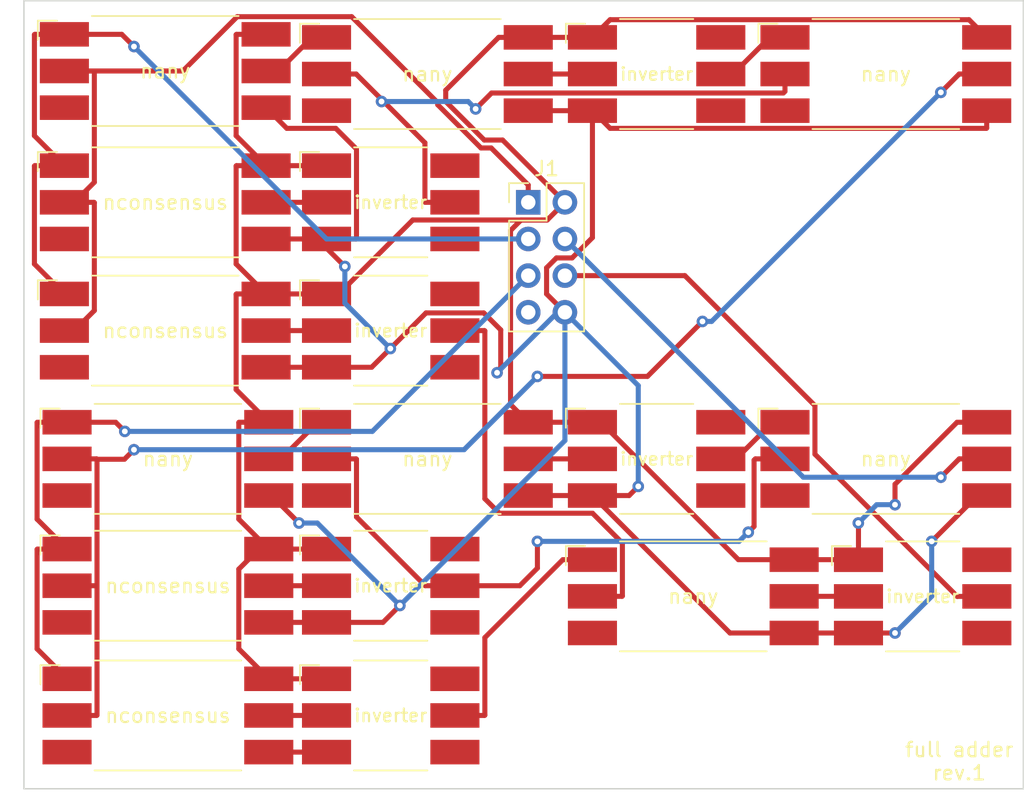
<source format=kicad_pcb>
(kicad_pcb (version 20171130) (host pcbnew 5.1.6)

  (general
    (thickness 1.6)
    (drawings 5)
    (tracks 283)
    (zones 0)
    (modules 19)
    (nets 39)
  )

  (page A4)
  (layers
    (0 F.Cu signal)
    (31 B.Cu signal)
    (32 B.Adhes user)
    (33 F.Adhes user)
    (34 B.Paste user)
    (35 F.Paste user)
    (36 B.SilkS user)
    (37 F.SilkS user)
    (38 B.Mask user)
    (39 F.Mask user)
    (40 Dwgs.User user)
    (41 Cmts.User user)
    (42 Eco1.User user)
    (43 Eco2.User user)
    (44 Edge.Cuts user)
    (45 Margin user)
    (46 B.CrtYd user)
    (47 F.CrtYd user)
    (48 B.Fab user)
    (49 F.Fab user)
  )

  (setup
    (last_trace_width 0.25)
    (user_trace_width 0.35)
    (trace_clearance 0.2)
    (zone_clearance 0.508)
    (zone_45_only no)
    (trace_min 0.2)
    (via_size 0.8)
    (via_drill 0.4)
    (via_min_size 0.4)
    (via_min_drill 0.3)
    (uvia_size 0.3)
    (uvia_drill 0.1)
    (uvias_allowed no)
    (uvia_min_size 0.2)
    (uvia_min_drill 0.1)
    (edge_width 0.05)
    (segment_width 0.2)
    (pcb_text_width 0.3)
    (pcb_text_size 1.5 1.5)
    (mod_edge_width 0.12)
    (mod_text_size 1 1)
    (mod_text_width 0.15)
    (pad_size 1.524 1.524)
    (pad_drill 0.762)
    (pad_to_mask_clearance 0.05)
    (aux_axis_origin 0 0)
    (visible_elements FFFFFF7F)
    (pcbplotparams
      (layerselection 0x010fc_ffffffff)
      (usegerberextensions false)
      (usegerberattributes true)
      (usegerberadvancedattributes true)
      (creategerberjobfile true)
      (excludeedgelayer true)
      (linewidth 0.100000)
      (plotframeref false)
      (viasonmask false)
      (mode 1)
      (useauxorigin false)
      (hpglpennumber 1)
      (hpglpenspeed 20)
      (hpglpendiameter 15.000000)
      (psnegative false)
      (psa4output false)
      (plotreference true)
      (plotvalue true)
      (plotinvisibletext false)
      (padsonsilk false)
      (subtractmaskfromsilk false)
      (outputformat 1)
      (mirror false)
      (drillshape 1)
      (scaleselection 1)
      (outputdirectory ""))
  )

  (net 0 "")
  (net 1 "Net-(A1-Pad4)")
  (net 2 "Net-(A2-Pad4)")
  (net 3 "Net-(A3-Pad4)")
  (net 4 "Net-(A4-Pad6)")
  (net 5 "Net-(A4-Pad4)")
  (net 6 "Net-(A4-Pad2)")
  (net 7 "Net-(A5-Pad6)")
  (net 8 "Net-(A5-Pad2)")
  (net 9 "Net-(A6-Pad4)")
  (net 10 "Net-(A7-Pad6)")
  (net 11 "Net-(A7-Pad4)")
  (net 12 "Net-(A7-Pad2)")
  (net 13 Vss)
  (net 14 A)
  (net 15 C)
  (net 16 B)
  (net 17 Vdd)
  (net 18 "Net-(A15-Pad3)")
  (net 19 "Net-(A10-Pad3)")
  (net 20 "Net-(A14-Pad1)")
  (net 21 "Net-(A10-Pad4)")
  (net 22 "Net-(A11-Pad4)")
  (net 23 "Net-(A12-Pad6)")
  (net 24 "Net-(A12-Pad4)")
  (net 25 "Net-(A12-Pad2)")
  (net 26 "Net-(A13-Pad6)")
  (net 27 "Net-(A13-Pad4)")
  (net 28 "Net-(A13-Pad2)")
  (net 29 "Net-(A14-Pad4)")
  (net 30 "Net-(A15-Pad4)")
  (net 31 "Net-(A16-Pad6)")
  (net 32 "Net-(A16-Pad4)")
  (net 33 "Net-(A16-Pad2)")
  (net 34 "Net-(A17-Pad6)")
  (net 35 Carry)
  (net 36 "Net-(A17-Pad2)")
  (net 37 Sum)
  (net 38 "Net-(J1-Pad7)")

  (net_class Default "This is the default net class."
    (clearance 0.2)
    (trace_width 0.25)
    (via_dia 0.8)
    (via_drill 0.4)
    (uvia_dia 0.3)
    (uvia_drill 0.1)
    (add_net A)
    (add_net B)
    (add_net C)
    (add_net Carry)
    (add_net "Net-(A1-Pad4)")
    (add_net "Net-(A10-Pad3)")
    (add_net "Net-(A10-Pad4)")
    (add_net "Net-(A11-Pad4)")
    (add_net "Net-(A12-Pad2)")
    (add_net "Net-(A12-Pad4)")
    (add_net "Net-(A12-Pad6)")
    (add_net "Net-(A13-Pad2)")
    (add_net "Net-(A13-Pad4)")
    (add_net "Net-(A13-Pad6)")
    (add_net "Net-(A14-Pad1)")
    (add_net "Net-(A14-Pad4)")
    (add_net "Net-(A15-Pad3)")
    (add_net "Net-(A15-Pad4)")
    (add_net "Net-(A16-Pad2)")
    (add_net "Net-(A16-Pad4)")
    (add_net "Net-(A16-Pad6)")
    (add_net "Net-(A17-Pad2)")
    (add_net "Net-(A17-Pad6)")
    (add_net "Net-(A2-Pad4)")
    (add_net "Net-(A3-Pad4)")
    (add_net "Net-(A4-Pad2)")
    (add_net "Net-(A4-Pad4)")
    (add_net "Net-(A4-Pad6)")
    (add_net "Net-(A5-Pad2)")
    (add_net "Net-(A5-Pad6)")
    (add_net "Net-(A6-Pad4)")
    (add_net "Net-(A7-Pad2)")
    (add_net "Net-(A7-Pad4)")
    (add_net "Net-(A7-Pad6)")
    (add_net "Net-(J1-Pad7)")
    (add_net Sum)
    (add_net Vdd)
    (add_net Vss)
  )

  (module Connector_PinHeader_2.54mm:PinHeader_2x04_P2.54mm_Vertical (layer F.Cu) (tedit 59FED5CC) (tstamp 5FE40EF6)
    (at 79.375 69.85)
    (descr "Through hole straight pin header, 2x04, 2.54mm pitch, double rows")
    (tags "Through hole pin header THT 2x04 2.54mm double row")
    (path /5FEE05D0)
    (fp_text reference J1 (at 1.27 -2.33) (layer F.SilkS)
      (effects (font (size 1 1) (thickness 0.15)))
    )
    (fp_text value Conn_02x04_Odd_Even (at 1.27 9.95) (layer F.Fab)
      (effects (font (size 1 1) (thickness 0.15)))
    )
    (fp_line (start 4.35 -1.8) (end -1.8 -1.8) (layer F.CrtYd) (width 0.05))
    (fp_line (start 4.35 9.4) (end 4.35 -1.8) (layer F.CrtYd) (width 0.05))
    (fp_line (start -1.8 9.4) (end 4.35 9.4) (layer F.CrtYd) (width 0.05))
    (fp_line (start -1.8 -1.8) (end -1.8 9.4) (layer F.CrtYd) (width 0.05))
    (fp_line (start -1.33 -1.33) (end 0 -1.33) (layer F.SilkS) (width 0.12))
    (fp_line (start -1.33 0) (end -1.33 -1.33) (layer F.SilkS) (width 0.12))
    (fp_line (start 1.27 -1.33) (end 3.87 -1.33) (layer F.SilkS) (width 0.12))
    (fp_line (start 1.27 1.27) (end 1.27 -1.33) (layer F.SilkS) (width 0.12))
    (fp_line (start -1.33 1.27) (end 1.27 1.27) (layer F.SilkS) (width 0.12))
    (fp_line (start 3.87 -1.33) (end 3.87 8.95) (layer F.SilkS) (width 0.12))
    (fp_line (start -1.33 1.27) (end -1.33 8.95) (layer F.SilkS) (width 0.12))
    (fp_line (start -1.33 8.95) (end 3.87 8.95) (layer F.SilkS) (width 0.12))
    (fp_line (start -1.27 0) (end 0 -1.27) (layer F.Fab) (width 0.1))
    (fp_line (start -1.27 8.89) (end -1.27 0) (layer F.Fab) (width 0.1))
    (fp_line (start 3.81 8.89) (end -1.27 8.89) (layer F.Fab) (width 0.1))
    (fp_line (start 3.81 -1.27) (end 3.81 8.89) (layer F.Fab) (width 0.1))
    (fp_line (start 0 -1.27) (end 3.81 -1.27) (layer F.Fab) (width 0.1))
    (fp_text user %R (at 1.27 3.81 90) (layer F.Fab)
      (effects (font (size 1 1) (thickness 0.15)))
    )
    (pad 8 thru_hole oval (at 2.54 7.62) (size 1.7 1.7) (drill 1) (layers *.Cu *.Mask)
      (net 13 Vss))
    (pad 7 thru_hole oval (at 0 7.62) (size 1.7 1.7) (drill 1) (layers *.Cu *.Mask)
      (net 38 "Net-(J1-Pad7)"))
    (pad 6 thru_hole oval (at 2.54 5.08) (size 1.7 1.7) (drill 1) (layers *.Cu *.Mask)
      (net 35 Carry))
    (pad 5 thru_hole oval (at 0 5.08) (size 1.7 1.7) (drill 1) (layers *.Cu *.Mask)
      (net 15 C))
    (pad 4 thru_hole oval (at 2.54 2.54) (size 1.7 1.7) (drill 1) (layers *.Cu *.Mask)
      (net 37 Sum))
    (pad 3 thru_hole oval (at 0 2.54) (size 1.7 1.7) (drill 1) (layers *.Cu *.Mask)
      (net 16 B))
    (pad 2 thru_hole oval (at 2.54 0) (size 1.7 1.7) (drill 1) (layers *.Cu *.Mask)
      (net 17 Vdd))
    (pad 1 thru_hole rect (at 0 0) (size 1.7 1.7) (drill 1) (layers *.Cu *.Mask)
      (net 14 A))
    (model ${KISYS3DMOD}/Connector_PinHeader_2.54mm.3dshapes/PinHeader_2x04_P2.54mm_Vertical.wrl
      (at (xyz 0 0 0))
      (scale (xyz 1 1 1))
      (rotate (xyz 0 0 0))
    )
  )

  (module Ternary_Rev_1:nany (layer F.Cu) (tedit 5FE3871A) (tstamp 5FE40ED8)
    (at 97.155 87.63)
    (descr "Footprint for rev.1 ternary monadic gates")
    (tags "Ternary Gate Monadic")
    (path /5FE4D03F)
    (fp_text reference A18 (at 0 -5.08) (layer F.SilkS) hide
      (effects (font (size 1 1) (thickness 0.15)))
    )
    (fp_text value nany (at 0 5.31) (layer F.Fab)
      (effects (font (size 1 1) (thickness 0.15)))
    )
    (fp_line (start 1.27 -3.175) (end 1.27 3.81) (layer F.Fab) (width 0.1))
    (fp_line (start 0.635 -3.81) (end 1.27 -3.175) (layer F.Fab) (width 0.1))
    (fp_line (start 1.27 3.81) (end -1.27 3.81) (layer F.Fab) (width 0.1))
    (fp_line (start -1.27 -3.81) (end 0.635 -3.81) (layer F.Fab) (width 0.1))
    (fp_line (start -1.27 3.81) (end -1.27 -3.81) (layer F.Fab) (width 0.1))
    (fp_line (start -1.8 4.31) (end -1.8 -4.34) (layer F.CrtYd) (width 0.05))
    (fp_line (start 1.75 4.31) (end -1.8 4.31) (layer F.CrtYd) (width 0.05))
    (fp_line (start 1.75 -4.34) (end 1.75 4.31) (layer F.CrtYd) (width 0.05))
    (fp_line (start -1.8 -4.34) (end 1.75 -4.34) (layer F.CrtYd) (width 0.05))
    (fp_line (start -1.838 -2.159) (end -1.838 -3.489) (layer F.SilkS) (width 0.12))
    (fp_line (start -1.838 -3.489) (end -0.508 -3.489) (layer F.SilkS) (width 0.12))
    (fp_line (start 12.17 4.31) (end 12.17 -4.34) (layer F.CrtYd) (width 0.05))
    (fp_line (start 15.24 3.81) (end 12.7 3.81) (layer F.Fab) (width 0.1))
    (fp_line (start 15.72 4.31) (end 12.17 4.31) (layer F.CrtYd) (width 0.05))
    (fp_line (start 12.17 -4.34) (end 15.72 -4.34) (layer F.CrtYd) (width 0.05))
    (fp_line (start 15.24 -3.175) (end 15.24 3.81) (layer F.Fab) (width 0.1))
    (fp_line (start 12.7 3.81) (end 12.7 -3.81) (layer F.Fab) (width 0.1))
    (fp_line (start 15.72 -4.34) (end 15.72 4.31) (layer F.CrtYd) (width 0.05))
    (fp_line (start 14.605 -3.81) (end 15.24 -3.175) (layer F.Fab) (width 0.1))
    (fp_line (start 12.7 -3.81) (end 14.605 -3.81) (layer F.Fab) (width 0.1))
    (fp_line (start 1.905 -3.81) (end 12.065 -3.81) (layer F.SilkS) (width 0.12))
    (fp_line (start 12.065 3.81) (end 1.905 3.81) (layer F.SilkS) (width 0.12))
    (fp_text user nany (at 6.985 0) (layer F.SilkS)
      (effects (font (size 1 1) (thickness 0.15)))
    )
    (fp_text user %R (at 13.97 0 90) (layer F.Fab)
      (effects (font (size 1 1) (thickness 0.15)))
    )
    (fp_text user %R (at 0 0 90) (layer F.Fab)
      (effects (font (size 1 1) (thickness 0.15)))
    )
    (pad 4 smd rect (at 13.97 0) (size 3.400001 1.7) (layers F.Cu F.Paste F.Mask)
      (net 37 Sum))
    (pad 2 smd rect (at 13.97 -2.54) (size 3.400001 1.7) (layers F.Cu F.Paste F.Mask)
      (net 17 Vdd))
    (pad 6 smd rect (at 13.97 2.54) (size 3.400001 1.7) (layers F.Cu F.Paste F.Mask)
      (net 13 Vss))
    (pad 5 smd rect (at 0 2.54) (size 3.400001 1.7) (layers F.Cu F.Paste F.Mask))
    (pad 3 smd rect (at 0 0) (size 3.400001 1.7) (layers F.Cu F.Paste F.Mask)
      (net 24 "Net-(A12-Pad4)"))
    (pad 1 smd rect (at 0 -2.54) (size 3.4 1.7) (layers F.Cu F.Paste F.Mask)
      (net 32 "Net-(A16-Pad4)"))
  )

  (module Ternary_Rev_1:inverter (layer F.Cu) (tedit 5FE38710) (tstamp 5FE40EB5)
    (at 102.245 97.16)
    (descr "Footprint for rev.1 ternary monadic gates")
    (tags "Ternary Gate Monadic")
    (path /5FE598A1)
    (fp_text reference A17 (at 0 -5.08) (layer F.SilkS) hide
      (effects (font (size 1 1) (thickness 0.15)))
    )
    (fp_text value inverter (at 0 5.31) (layer F.Fab)
      (effects (font (size 1 1) (thickness 0.15)))
    )
    (fp_line (start 7.62 -3.81) (end 9.525 -3.81) (layer F.Fab) (width 0.1))
    (fp_line (start 9.525 -3.81) (end 10.16 -3.175) (layer F.Fab) (width 0.1))
    (fp_line (start 10.64 -4.34) (end 10.64 4.31) (layer F.CrtYd) (width 0.05))
    (fp_line (start 7.62 3.81) (end 7.62 -3.81) (layer F.Fab) (width 0.1))
    (fp_line (start 10.16 -3.175) (end 10.16 3.81) (layer F.Fab) (width 0.1))
    (fp_line (start 7.09 -4.34) (end 10.64 -4.34) (layer F.CrtYd) (width 0.05))
    (fp_line (start 10.64 4.31) (end 7.09 4.31) (layer F.CrtYd) (width 0.05))
    (fp_line (start 10.16 3.81) (end 7.62 3.81) (layer F.Fab) (width 0.1))
    (fp_line (start 7.09 4.31) (end 7.09 -4.34) (layer F.CrtYd) (width 0.05))
    (fp_line (start -1.838 -3.489) (end -0.508 -3.489) (layer F.SilkS) (width 0.12))
    (fp_line (start -1.838 -2.159) (end -1.838 -3.489) (layer F.SilkS) (width 0.12))
    (fp_line (start -1.8 -4.34) (end 1.75 -4.34) (layer F.CrtYd) (width 0.05))
    (fp_line (start 1.75 -4.34) (end 1.75 4.31) (layer F.CrtYd) (width 0.05))
    (fp_line (start 1.75 4.31) (end -1.8 4.31) (layer F.CrtYd) (width 0.05))
    (fp_line (start -1.8 4.31) (end -1.8 -4.34) (layer F.CrtYd) (width 0.05))
    (fp_line (start -1.27 3.81) (end -1.27 -3.81) (layer F.Fab) (width 0.1))
    (fp_line (start -1.27 -3.81) (end 0.635 -3.81) (layer F.Fab) (width 0.1))
    (fp_line (start 1.27 3.81) (end -1.27 3.81) (layer F.Fab) (width 0.1))
    (fp_line (start 0.635 -3.81) (end 1.27 -3.175) (layer F.Fab) (width 0.1))
    (fp_line (start 1.27 -3.175) (end 1.27 3.81) (layer F.Fab) (width 0.1))
    (fp_line (start 1.905 -3.81) (end 6.985 -3.81) (layer F.SilkS) (width 0.12))
    (fp_line (start 1.905 3.81) (end 6.985 3.81) (layer F.SilkS) (width 0.12))
    (fp_text user inverter (at 4.445 0) (layer F.SilkS)
      (effects (font (size 0.889 0.889) (thickness 0.15)))
    )
    (fp_text user %R (at 8.89 0 90) (layer F.Fab)
      (effects (font (size 1 1) (thickness 0.15)))
    )
    (fp_text user %R (at 0 0 90) (layer F.Fab)
      (effects (font (size 1 1) (thickness 0.15)))
    )
    (pad 4 smd rect (at 8.89 0) (size 3.400001 1.7) (layers F.Cu F.Paste F.Mask)
      (net 35 Carry))
    (pad 2 smd rect (at 8.89 -2.54) (size 3.400001 1.7) (layers F.Cu F.Paste F.Mask)
      (net 36 "Net-(A17-Pad2)"))
    (pad 6 smd rect (at 8.89 2.54) (size 3.400001 1.7) (layers F.Cu F.Paste F.Mask)
      (net 34 "Net-(A17-Pad6)"))
    (pad 5 smd rect (at 0 2.54) (size 3.400001 1.7) (layers F.Cu F.Paste F.Mask)
      (net 13 Vss))
    (pad 3 smd rect (at 0 0) (size 3.400001 1.7) (layers F.Cu F.Paste F.Mask)
      (net 30 "Net-(A15-Pad4)"))
    (pad 1 smd rect (at 0 -2.54) (size 3.4 1.7) (layers F.Cu F.Paste F.Mask)
      (net 17 Vdd))
  )

  (module Ternary_Rev_1:inverter (layer F.Cu) (tedit 5FE38710) (tstamp 5FE40E92)
    (at 83.82 87.63)
    (descr "Footprint for rev.1 ternary monadic gates")
    (tags "Ternary Gate Monadic")
    (path /5FE63083)
    (fp_text reference A16 (at 0 -5.08) (layer F.SilkS) hide
      (effects (font (size 1 1) (thickness 0.15)))
    )
    (fp_text value inverter (at 0 5.31) (layer F.Fab)
      (effects (font (size 1 1) (thickness 0.15)))
    )
    (fp_line (start 7.62 -3.81) (end 9.525 -3.81) (layer F.Fab) (width 0.1))
    (fp_line (start 9.525 -3.81) (end 10.16 -3.175) (layer F.Fab) (width 0.1))
    (fp_line (start 10.64 -4.34) (end 10.64 4.31) (layer F.CrtYd) (width 0.05))
    (fp_line (start 7.62 3.81) (end 7.62 -3.81) (layer F.Fab) (width 0.1))
    (fp_line (start 10.16 -3.175) (end 10.16 3.81) (layer F.Fab) (width 0.1))
    (fp_line (start 7.09 -4.34) (end 10.64 -4.34) (layer F.CrtYd) (width 0.05))
    (fp_line (start 10.64 4.31) (end 7.09 4.31) (layer F.CrtYd) (width 0.05))
    (fp_line (start 10.16 3.81) (end 7.62 3.81) (layer F.Fab) (width 0.1))
    (fp_line (start 7.09 4.31) (end 7.09 -4.34) (layer F.CrtYd) (width 0.05))
    (fp_line (start -1.838 -3.489) (end -0.508 -3.489) (layer F.SilkS) (width 0.12))
    (fp_line (start -1.838 -2.159) (end -1.838 -3.489) (layer F.SilkS) (width 0.12))
    (fp_line (start -1.8 -4.34) (end 1.75 -4.34) (layer F.CrtYd) (width 0.05))
    (fp_line (start 1.75 -4.34) (end 1.75 4.31) (layer F.CrtYd) (width 0.05))
    (fp_line (start 1.75 4.31) (end -1.8 4.31) (layer F.CrtYd) (width 0.05))
    (fp_line (start -1.8 4.31) (end -1.8 -4.34) (layer F.CrtYd) (width 0.05))
    (fp_line (start -1.27 3.81) (end -1.27 -3.81) (layer F.Fab) (width 0.1))
    (fp_line (start -1.27 -3.81) (end 0.635 -3.81) (layer F.Fab) (width 0.1))
    (fp_line (start 1.27 3.81) (end -1.27 3.81) (layer F.Fab) (width 0.1))
    (fp_line (start 0.635 -3.81) (end 1.27 -3.175) (layer F.Fab) (width 0.1))
    (fp_line (start 1.27 -3.175) (end 1.27 3.81) (layer F.Fab) (width 0.1))
    (fp_line (start 1.905 -3.81) (end 6.985 -3.81) (layer F.SilkS) (width 0.12))
    (fp_line (start 1.905 3.81) (end 6.985 3.81) (layer F.SilkS) (width 0.12))
    (fp_text user inverter (at 4.445 0) (layer F.SilkS)
      (effects (font (size 0.889 0.889) (thickness 0.15)))
    )
    (fp_text user %R (at 8.89 0 90) (layer F.Fab)
      (effects (font (size 1 1) (thickness 0.15)))
    )
    (fp_text user %R (at 0 0 90) (layer F.Fab)
      (effects (font (size 1 1) (thickness 0.15)))
    )
    (pad 4 smd rect (at 8.89 0) (size 3.400001 1.7) (layers F.Cu F.Paste F.Mask)
      (net 32 "Net-(A16-Pad4)"))
    (pad 2 smd rect (at 8.89 -2.54) (size 3.400001 1.7) (layers F.Cu F.Paste F.Mask)
      (net 33 "Net-(A16-Pad2)"))
    (pad 6 smd rect (at 8.89 2.54) (size 3.400001 1.7) (layers F.Cu F.Paste F.Mask)
      (net 31 "Net-(A16-Pad6)"))
    (pad 5 smd rect (at 0 2.54) (size 3.400001 1.7) (layers F.Cu F.Paste F.Mask)
      (net 13 Vss))
    (pad 3 smd rect (at 0 0) (size 3.400001 1.7) (layers F.Cu F.Paste F.Mask)
      (net 29 "Net-(A14-Pad4)"))
    (pad 1 smd rect (at 0 -2.54) (size 3.4 1.7) (layers F.Cu F.Paste F.Mask)
      (net 17 Vdd))
  )

  (module Ternary_Rev_1:nany (layer F.Cu) (tedit 5FE3871A) (tstamp 5FE40E6F)
    (at 83.82 97.155)
    (descr "Footprint for rev.1 ternary monadic gates")
    (tags "Ternary Gate Monadic")
    (path /5FE4E832)
    (fp_text reference A15 (at 0 -5.08) (layer F.SilkS) hide
      (effects (font (size 1 1) (thickness 0.15)))
    )
    (fp_text value nany (at 0 5.31) (layer F.Fab)
      (effects (font (size 1 1) (thickness 0.15)))
    )
    (fp_line (start 1.27 -3.175) (end 1.27 3.81) (layer F.Fab) (width 0.1))
    (fp_line (start 0.635 -3.81) (end 1.27 -3.175) (layer F.Fab) (width 0.1))
    (fp_line (start 1.27 3.81) (end -1.27 3.81) (layer F.Fab) (width 0.1))
    (fp_line (start -1.27 -3.81) (end 0.635 -3.81) (layer F.Fab) (width 0.1))
    (fp_line (start -1.27 3.81) (end -1.27 -3.81) (layer F.Fab) (width 0.1))
    (fp_line (start -1.8 4.31) (end -1.8 -4.34) (layer F.CrtYd) (width 0.05))
    (fp_line (start 1.75 4.31) (end -1.8 4.31) (layer F.CrtYd) (width 0.05))
    (fp_line (start 1.75 -4.34) (end 1.75 4.31) (layer F.CrtYd) (width 0.05))
    (fp_line (start -1.8 -4.34) (end 1.75 -4.34) (layer F.CrtYd) (width 0.05))
    (fp_line (start -1.838 -2.159) (end -1.838 -3.489) (layer F.SilkS) (width 0.12))
    (fp_line (start -1.838 -3.489) (end -0.508 -3.489) (layer F.SilkS) (width 0.12))
    (fp_line (start 12.17 4.31) (end 12.17 -4.34) (layer F.CrtYd) (width 0.05))
    (fp_line (start 15.24 3.81) (end 12.7 3.81) (layer F.Fab) (width 0.1))
    (fp_line (start 15.72 4.31) (end 12.17 4.31) (layer F.CrtYd) (width 0.05))
    (fp_line (start 12.17 -4.34) (end 15.72 -4.34) (layer F.CrtYd) (width 0.05))
    (fp_line (start 15.24 -3.175) (end 15.24 3.81) (layer F.Fab) (width 0.1))
    (fp_line (start 12.7 3.81) (end 12.7 -3.81) (layer F.Fab) (width 0.1))
    (fp_line (start 15.72 -4.34) (end 15.72 4.31) (layer F.CrtYd) (width 0.05))
    (fp_line (start 14.605 -3.81) (end 15.24 -3.175) (layer F.Fab) (width 0.1))
    (fp_line (start 12.7 -3.81) (end 14.605 -3.81) (layer F.Fab) (width 0.1))
    (fp_line (start 1.905 -3.81) (end 12.065 -3.81) (layer F.SilkS) (width 0.12))
    (fp_line (start 12.065 3.81) (end 1.905 3.81) (layer F.SilkS) (width 0.12))
    (fp_text user nany (at 6.985 0) (layer F.SilkS)
      (effects (font (size 1 1) (thickness 0.15)))
    )
    (fp_text user %R (at 13.97 0 90) (layer F.Fab)
      (effects (font (size 1 1) (thickness 0.15)))
    )
    (fp_text user %R (at 0 0 90) (layer F.Fab)
      (effects (font (size 1 1) (thickness 0.15)))
    )
    (pad 4 smd rect (at 13.97 0) (size 3.400001 1.7) (layers F.Cu F.Paste F.Mask)
      (net 30 "Net-(A15-Pad4)"))
    (pad 2 smd rect (at 13.97 -2.54) (size 3.400001 1.7) (layers F.Cu F.Paste F.Mask)
      (net 17 Vdd))
    (pad 6 smd rect (at 13.97 2.54) (size 3.400001 1.7) (layers F.Cu F.Paste F.Mask)
      (net 13 Vss))
    (pad 5 smd rect (at 0 2.54) (size 3.400001 1.7) (layers F.Cu F.Paste F.Mask))
    (pad 3 smd rect (at 0 0) (size 3.400001 1.7) (layers F.Cu F.Paste F.Mask)
      (net 18 "Net-(A15-Pad3)"))
    (pad 1 smd rect (at 0 -2.54) (size 3.4 1.7) (layers F.Cu F.Paste F.Mask)
      (net 27 "Net-(A13-Pad4)"))
  )

  (module Ternary_Rev_1:nany (layer F.Cu) (tedit 5FE3871A) (tstamp 5FE40E4C)
    (at 65.405 87.63)
    (descr "Footprint for rev.1 ternary monadic gates")
    (tags "Ternary Gate Monadic")
    (path /5FE4B392)
    (fp_text reference A14 (at 0 -5.08) (layer F.SilkS) hide
      (effects (font (size 1 1) (thickness 0.15)))
    )
    (fp_text value nany (at 0 5.31) (layer F.Fab)
      (effects (font (size 1 1) (thickness 0.15)))
    )
    (fp_line (start 1.27 -3.175) (end 1.27 3.81) (layer F.Fab) (width 0.1))
    (fp_line (start 0.635 -3.81) (end 1.27 -3.175) (layer F.Fab) (width 0.1))
    (fp_line (start 1.27 3.81) (end -1.27 3.81) (layer F.Fab) (width 0.1))
    (fp_line (start -1.27 -3.81) (end 0.635 -3.81) (layer F.Fab) (width 0.1))
    (fp_line (start -1.27 3.81) (end -1.27 -3.81) (layer F.Fab) (width 0.1))
    (fp_line (start -1.8 4.31) (end -1.8 -4.34) (layer F.CrtYd) (width 0.05))
    (fp_line (start 1.75 4.31) (end -1.8 4.31) (layer F.CrtYd) (width 0.05))
    (fp_line (start 1.75 -4.34) (end 1.75 4.31) (layer F.CrtYd) (width 0.05))
    (fp_line (start -1.8 -4.34) (end 1.75 -4.34) (layer F.CrtYd) (width 0.05))
    (fp_line (start -1.838 -2.159) (end -1.838 -3.489) (layer F.SilkS) (width 0.12))
    (fp_line (start -1.838 -3.489) (end -0.508 -3.489) (layer F.SilkS) (width 0.12))
    (fp_line (start 12.17 4.31) (end 12.17 -4.34) (layer F.CrtYd) (width 0.05))
    (fp_line (start 15.24 3.81) (end 12.7 3.81) (layer F.Fab) (width 0.1))
    (fp_line (start 15.72 4.31) (end 12.17 4.31) (layer F.CrtYd) (width 0.05))
    (fp_line (start 12.17 -4.34) (end 15.72 -4.34) (layer F.CrtYd) (width 0.05))
    (fp_line (start 15.24 -3.175) (end 15.24 3.81) (layer F.Fab) (width 0.1))
    (fp_line (start 12.7 3.81) (end 12.7 -3.81) (layer F.Fab) (width 0.1))
    (fp_line (start 15.72 -4.34) (end 15.72 4.31) (layer F.CrtYd) (width 0.05))
    (fp_line (start 14.605 -3.81) (end 15.24 -3.175) (layer F.Fab) (width 0.1))
    (fp_line (start 12.7 -3.81) (end 14.605 -3.81) (layer F.Fab) (width 0.1))
    (fp_line (start 1.905 -3.81) (end 12.065 -3.81) (layer F.SilkS) (width 0.12))
    (fp_line (start 12.065 3.81) (end 1.905 3.81) (layer F.SilkS) (width 0.12))
    (fp_text user nany (at 6.985 0) (layer F.SilkS)
      (effects (font (size 1 1) (thickness 0.15)))
    )
    (fp_text user %R (at 13.97 0 90) (layer F.Fab)
      (effects (font (size 1 1) (thickness 0.15)))
    )
    (fp_text user %R (at 0 0 90) (layer F.Fab)
      (effects (font (size 1 1) (thickness 0.15)))
    )
    (pad 4 smd rect (at 13.97 0) (size 3.400001 1.7) (layers F.Cu F.Paste F.Mask)
      (net 29 "Net-(A14-Pad4)"))
    (pad 2 smd rect (at 13.97 -2.54) (size 3.400001 1.7) (layers F.Cu F.Paste F.Mask)
      (net 17 Vdd))
    (pad 6 smd rect (at 13.97 2.54) (size 3.400001 1.7) (layers F.Cu F.Paste F.Mask)
      (net 13 Vss))
    (pad 5 smd rect (at 0 2.54) (size 3.400001 1.7) (layers F.Cu F.Paste F.Mask))
    (pad 3 smd rect (at 0 0) (size 3.400001 1.7) (layers F.Cu F.Paste F.Mask)
      (net 24 "Net-(A12-Pad4)"))
    (pad 1 smd rect (at 0 -2.54) (size 3.4 1.7) (layers F.Cu F.Paste F.Mask)
      (net 20 "Net-(A14-Pad1)"))
  )

  (module Ternary_Rev_1:inverter (layer F.Cu) (tedit 5FE38710) (tstamp 5FE40E29)
    (at 65.405 105.41)
    (descr "Footprint for rev.1 ternary monadic gates")
    (tags "Ternary Gate Monadic")
    (path /5FE5B52B)
    (fp_text reference A13 (at 0 -5.08) (layer F.SilkS) hide
      (effects (font (size 1 1) (thickness 0.15)))
    )
    (fp_text value inverter (at 0 5.31) (layer F.Fab)
      (effects (font (size 1 1) (thickness 0.15)))
    )
    (fp_line (start 7.62 -3.81) (end 9.525 -3.81) (layer F.Fab) (width 0.1))
    (fp_line (start 9.525 -3.81) (end 10.16 -3.175) (layer F.Fab) (width 0.1))
    (fp_line (start 10.64 -4.34) (end 10.64 4.31) (layer F.CrtYd) (width 0.05))
    (fp_line (start 7.62 3.81) (end 7.62 -3.81) (layer F.Fab) (width 0.1))
    (fp_line (start 10.16 -3.175) (end 10.16 3.81) (layer F.Fab) (width 0.1))
    (fp_line (start 7.09 -4.34) (end 10.64 -4.34) (layer F.CrtYd) (width 0.05))
    (fp_line (start 10.64 4.31) (end 7.09 4.31) (layer F.CrtYd) (width 0.05))
    (fp_line (start 10.16 3.81) (end 7.62 3.81) (layer F.Fab) (width 0.1))
    (fp_line (start 7.09 4.31) (end 7.09 -4.34) (layer F.CrtYd) (width 0.05))
    (fp_line (start -1.838 -3.489) (end -0.508 -3.489) (layer F.SilkS) (width 0.12))
    (fp_line (start -1.838 -2.159) (end -1.838 -3.489) (layer F.SilkS) (width 0.12))
    (fp_line (start -1.8 -4.34) (end 1.75 -4.34) (layer F.CrtYd) (width 0.05))
    (fp_line (start 1.75 -4.34) (end 1.75 4.31) (layer F.CrtYd) (width 0.05))
    (fp_line (start 1.75 4.31) (end -1.8 4.31) (layer F.CrtYd) (width 0.05))
    (fp_line (start -1.8 4.31) (end -1.8 -4.34) (layer F.CrtYd) (width 0.05))
    (fp_line (start -1.27 3.81) (end -1.27 -3.81) (layer F.Fab) (width 0.1))
    (fp_line (start -1.27 -3.81) (end 0.635 -3.81) (layer F.Fab) (width 0.1))
    (fp_line (start 1.27 3.81) (end -1.27 3.81) (layer F.Fab) (width 0.1))
    (fp_line (start 0.635 -3.81) (end 1.27 -3.175) (layer F.Fab) (width 0.1))
    (fp_line (start 1.27 -3.175) (end 1.27 3.81) (layer F.Fab) (width 0.1))
    (fp_line (start 1.905 -3.81) (end 6.985 -3.81) (layer F.SilkS) (width 0.12))
    (fp_line (start 1.905 3.81) (end 6.985 3.81) (layer F.SilkS) (width 0.12))
    (fp_text user inverter (at 4.445 0) (layer F.SilkS)
      (effects (font (size 0.889 0.889) (thickness 0.15)))
    )
    (fp_text user %R (at 8.89 0 90) (layer F.Fab)
      (effects (font (size 1 1) (thickness 0.15)))
    )
    (fp_text user %R (at 0 0 90) (layer F.Fab)
      (effects (font (size 1 1) (thickness 0.15)))
    )
    (pad 4 smd rect (at 8.89 0) (size 3.400001 1.7) (layers F.Cu F.Paste F.Mask)
      (net 27 "Net-(A13-Pad4)"))
    (pad 2 smd rect (at 8.89 -2.54) (size 3.400001 1.7) (layers F.Cu F.Paste F.Mask)
      (net 28 "Net-(A13-Pad2)"))
    (pad 6 smd rect (at 8.89 2.54) (size 3.400001 1.7) (layers F.Cu F.Paste F.Mask)
      (net 26 "Net-(A13-Pad6)"))
    (pad 5 smd rect (at 0 2.54) (size 3.400001 1.7) (layers F.Cu F.Paste F.Mask)
      (net 13 Vss))
    (pad 3 smd rect (at 0 0) (size 3.400001 1.7) (layers F.Cu F.Paste F.Mask)
      (net 22 "Net-(A11-Pad4)"))
    (pad 1 smd rect (at 0 -2.54) (size 3.4 1.7) (layers F.Cu F.Paste F.Mask)
      (net 17 Vdd))
  )

  (module Ternary_Rev_1:inverter (layer F.Cu) (tedit 5FE38710) (tstamp 5FE40E06)
    (at 65.405 96.42)
    (descr "Footprint for rev.1 ternary monadic gates")
    (tags "Ternary Gate Monadic")
    (path /5FE6117E)
    (fp_text reference A12 (at 0 -5.08) (layer F.SilkS) hide
      (effects (font (size 1 1) (thickness 0.15)))
    )
    (fp_text value inverter (at 0 5.31) (layer F.Fab)
      (effects (font (size 1 1) (thickness 0.15)))
    )
    (fp_line (start 7.62 -3.81) (end 9.525 -3.81) (layer F.Fab) (width 0.1))
    (fp_line (start 9.525 -3.81) (end 10.16 -3.175) (layer F.Fab) (width 0.1))
    (fp_line (start 10.64 -4.34) (end 10.64 4.31) (layer F.CrtYd) (width 0.05))
    (fp_line (start 7.62 3.81) (end 7.62 -3.81) (layer F.Fab) (width 0.1))
    (fp_line (start 10.16 -3.175) (end 10.16 3.81) (layer F.Fab) (width 0.1))
    (fp_line (start 7.09 -4.34) (end 10.64 -4.34) (layer F.CrtYd) (width 0.05))
    (fp_line (start 10.64 4.31) (end 7.09 4.31) (layer F.CrtYd) (width 0.05))
    (fp_line (start 10.16 3.81) (end 7.62 3.81) (layer F.Fab) (width 0.1))
    (fp_line (start 7.09 4.31) (end 7.09 -4.34) (layer F.CrtYd) (width 0.05))
    (fp_line (start -1.838 -3.489) (end -0.508 -3.489) (layer F.SilkS) (width 0.12))
    (fp_line (start -1.838 -2.159) (end -1.838 -3.489) (layer F.SilkS) (width 0.12))
    (fp_line (start -1.8 -4.34) (end 1.75 -4.34) (layer F.CrtYd) (width 0.05))
    (fp_line (start 1.75 -4.34) (end 1.75 4.31) (layer F.CrtYd) (width 0.05))
    (fp_line (start 1.75 4.31) (end -1.8 4.31) (layer F.CrtYd) (width 0.05))
    (fp_line (start -1.8 4.31) (end -1.8 -4.34) (layer F.CrtYd) (width 0.05))
    (fp_line (start -1.27 3.81) (end -1.27 -3.81) (layer F.Fab) (width 0.1))
    (fp_line (start -1.27 -3.81) (end 0.635 -3.81) (layer F.Fab) (width 0.1))
    (fp_line (start 1.27 3.81) (end -1.27 3.81) (layer F.Fab) (width 0.1))
    (fp_line (start 0.635 -3.81) (end 1.27 -3.175) (layer F.Fab) (width 0.1))
    (fp_line (start 1.27 -3.175) (end 1.27 3.81) (layer F.Fab) (width 0.1))
    (fp_line (start 1.905 -3.81) (end 6.985 -3.81) (layer F.SilkS) (width 0.12))
    (fp_line (start 1.905 3.81) (end 6.985 3.81) (layer F.SilkS) (width 0.12))
    (fp_text user inverter (at 4.445 0) (layer F.SilkS)
      (effects (font (size 0.889 0.889) (thickness 0.15)))
    )
    (fp_text user %R (at 8.89 0 90) (layer F.Fab)
      (effects (font (size 1 1) (thickness 0.15)))
    )
    (fp_text user %R (at 0 0 90) (layer F.Fab)
      (effects (font (size 1 1) (thickness 0.15)))
    )
    (pad 4 smd rect (at 8.89 0) (size 3.400001 1.7) (layers F.Cu F.Paste F.Mask)
      (net 24 "Net-(A12-Pad4)"))
    (pad 2 smd rect (at 8.89 -2.54) (size 3.400001 1.7) (layers F.Cu F.Paste F.Mask)
      (net 25 "Net-(A12-Pad2)"))
    (pad 6 smd rect (at 8.89 2.54) (size 3.400001 1.7) (layers F.Cu F.Paste F.Mask)
      (net 23 "Net-(A12-Pad6)"))
    (pad 5 smd rect (at 0 2.54) (size 3.400001 1.7) (layers F.Cu F.Paste F.Mask)
      (net 13 Vss))
    (pad 3 smd rect (at 0 0) (size 3.400001 1.7) (layers F.Cu F.Paste F.Mask)
      (net 21 "Net-(A10-Pad4)"))
    (pad 1 smd rect (at 0 -2.54) (size 3.4 1.7) (layers F.Cu F.Paste F.Mask)
      (net 17 Vdd))
  )

  (module Ternary_Rev_1:nconsensus (layer F.Cu) (tedit 5FE38720) (tstamp 5FE40DE3)
    (at 47.435 105.41)
    (descr "Footprint for rev.1 ternary monadic gates")
    (tags "Ternary Gate Monadic")
    (path /5FE537DC)
    (fp_text reference A11 (at 0 -5.08) (layer F.SilkS) hide
      (effects (font (size 1 1) (thickness 0.15)))
    )
    (fp_text value nconsensus (at 0 5.31) (layer F.Fab)
      (effects (font (size 1 1) (thickness 0.15)))
    )
    (fp_line (start 1.27 -3.175) (end 1.27 3.81) (layer F.Fab) (width 0.1))
    (fp_line (start 0.635 -3.81) (end 1.27 -3.175) (layer F.Fab) (width 0.1))
    (fp_line (start 1.27 3.81) (end -1.27 3.81) (layer F.Fab) (width 0.1))
    (fp_line (start -1.27 -3.81) (end 0.635 -3.81) (layer F.Fab) (width 0.1))
    (fp_line (start -1.27 3.81) (end -1.27 -3.81) (layer F.Fab) (width 0.1))
    (fp_line (start -1.8 4.31) (end -1.8 -4.34) (layer F.CrtYd) (width 0.05))
    (fp_line (start 1.75 4.31) (end -1.8 4.31) (layer F.CrtYd) (width 0.05))
    (fp_line (start 1.75 -4.34) (end 1.75 4.31) (layer F.CrtYd) (width 0.05))
    (fp_line (start -1.8 -4.34) (end 1.75 -4.34) (layer F.CrtYd) (width 0.05))
    (fp_line (start -1.838 -2.159) (end -1.838 -3.489) (layer F.SilkS) (width 0.12))
    (fp_line (start -1.838 -3.489) (end -0.508 -3.489) (layer F.SilkS) (width 0.12))
    (fp_line (start 12.17 4.31) (end 12.17 -4.34) (layer F.CrtYd) (width 0.05))
    (fp_line (start 15.24 3.81) (end 12.7 3.81) (layer F.Fab) (width 0.1))
    (fp_line (start 15.72 4.31) (end 12.17 4.31) (layer F.CrtYd) (width 0.05))
    (fp_line (start 12.17 -4.34) (end 15.72 -4.34) (layer F.CrtYd) (width 0.05))
    (fp_line (start 15.24 -3.175) (end 15.24 3.81) (layer F.Fab) (width 0.1))
    (fp_line (start 12.7 3.81) (end 12.7 -3.81) (layer F.Fab) (width 0.1))
    (fp_line (start 15.72 -4.34) (end 15.72 4.31) (layer F.CrtYd) (width 0.05))
    (fp_line (start 14.605 -3.81) (end 15.24 -3.175) (layer F.Fab) (width 0.1))
    (fp_line (start 12.7 -3.81) (end 14.605 -3.81) (layer F.Fab) (width 0.1))
    (fp_line (start 1.905 -3.81) (end 12.065 -3.81) (layer F.SilkS) (width 0.12))
    (fp_line (start 1.905 3.81) (end 12.065 3.81) (layer F.SilkS) (width 0.12))
    (fp_text user nconsensus (at 6.985 0) (layer F.SilkS)
      (effects (font (size 1 1) (thickness 0.15)))
    )
    (fp_text user %R (at 13.97 0 90) (layer F.Fab)
      (effects (font (size 1 1) (thickness 0.15)))
    )
    (fp_text user %R (at 0 0 90) (layer F.Fab)
      (effects (font (size 1 1) (thickness 0.15)))
    )
    (pad 4 smd rect (at 13.97 0) (size 3.400001 1.7) (layers F.Cu F.Paste F.Mask)
      (net 22 "Net-(A11-Pad4)"))
    (pad 2 smd rect (at 13.97 -2.54) (size 3.400001 1.7) (layers F.Cu F.Paste F.Mask)
      (net 17 Vdd))
    (pad 6 smd rect (at 13.97 2.54) (size 3.400001 1.7) (layers F.Cu F.Paste F.Mask)
      (net 13 Vss))
    (pad 5 smd rect (at 0 2.54) (size 3.400001 1.7) (layers F.Cu F.Paste F.Mask))
    (pad 3 smd rect (at 0 0) (size 3.400001 1.7) (layers F.Cu F.Paste F.Mask)
      (net 19 "Net-(A10-Pad3)"))
    (pad 1 smd rect (at 0 -2.54) (size 3.4 1.7) (layers F.Cu F.Paste F.Mask)
      (net 15 C))
  )

  (module Ternary_Rev_1:nconsensus (layer F.Cu) (tedit 5FE38720) (tstamp 5FE40DC0)
    (at 47.435 96.42)
    (descr "Footprint for rev.1 ternary monadic gates")
    (tags "Ternary Gate Monadic")
    (path /5FE550C4)
    (fp_text reference A10 (at 0 -5.08) (layer F.SilkS) hide
      (effects (font (size 1 1) (thickness 0.15)))
    )
    (fp_text value nconsensus (at 0 5.31) (layer F.Fab)
      (effects (font (size 1 1) (thickness 0.15)))
    )
    (fp_line (start 1.27 -3.175) (end 1.27 3.81) (layer F.Fab) (width 0.1))
    (fp_line (start 0.635 -3.81) (end 1.27 -3.175) (layer F.Fab) (width 0.1))
    (fp_line (start 1.27 3.81) (end -1.27 3.81) (layer F.Fab) (width 0.1))
    (fp_line (start -1.27 -3.81) (end 0.635 -3.81) (layer F.Fab) (width 0.1))
    (fp_line (start -1.27 3.81) (end -1.27 -3.81) (layer F.Fab) (width 0.1))
    (fp_line (start -1.8 4.31) (end -1.8 -4.34) (layer F.CrtYd) (width 0.05))
    (fp_line (start 1.75 4.31) (end -1.8 4.31) (layer F.CrtYd) (width 0.05))
    (fp_line (start 1.75 -4.34) (end 1.75 4.31) (layer F.CrtYd) (width 0.05))
    (fp_line (start -1.8 -4.34) (end 1.75 -4.34) (layer F.CrtYd) (width 0.05))
    (fp_line (start -1.838 -2.159) (end -1.838 -3.489) (layer F.SilkS) (width 0.12))
    (fp_line (start -1.838 -3.489) (end -0.508 -3.489) (layer F.SilkS) (width 0.12))
    (fp_line (start 12.17 4.31) (end 12.17 -4.34) (layer F.CrtYd) (width 0.05))
    (fp_line (start 15.24 3.81) (end 12.7 3.81) (layer F.Fab) (width 0.1))
    (fp_line (start 15.72 4.31) (end 12.17 4.31) (layer F.CrtYd) (width 0.05))
    (fp_line (start 12.17 -4.34) (end 15.72 -4.34) (layer F.CrtYd) (width 0.05))
    (fp_line (start 15.24 -3.175) (end 15.24 3.81) (layer F.Fab) (width 0.1))
    (fp_line (start 12.7 3.81) (end 12.7 -3.81) (layer F.Fab) (width 0.1))
    (fp_line (start 15.72 -4.34) (end 15.72 4.31) (layer F.CrtYd) (width 0.05))
    (fp_line (start 14.605 -3.81) (end 15.24 -3.175) (layer F.Fab) (width 0.1))
    (fp_line (start 12.7 -3.81) (end 14.605 -3.81) (layer F.Fab) (width 0.1))
    (fp_line (start 1.905 -3.81) (end 12.065 -3.81) (layer F.SilkS) (width 0.12))
    (fp_line (start 1.905 3.81) (end 12.065 3.81) (layer F.SilkS) (width 0.12))
    (fp_text user nconsensus (at 6.985 0) (layer F.SilkS)
      (effects (font (size 1 1) (thickness 0.15)))
    )
    (fp_text user %R (at 13.97 0 90) (layer F.Fab)
      (effects (font (size 1 1) (thickness 0.15)))
    )
    (fp_text user %R (at 0 0 90) (layer F.Fab)
      (effects (font (size 1 1) (thickness 0.15)))
    )
    (pad 4 smd rect (at 13.97 0) (size 3.400001 1.7) (layers F.Cu F.Paste F.Mask)
      (net 21 "Net-(A10-Pad4)"))
    (pad 2 smd rect (at 13.97 -2.54) (size 3.400001 1.7) (layers F.Cu F.Paste F.Mask)
      (net 17 Vdd))
    (pad 6 smd rect (at 13.97 2.54) (size 3.400001 1.7) (layers F.Cu F.Paste F.Mask)
      (net 13 Vss))
    (pad 5 smd rect (at 0 2.54) (size 3.400001 1.7) (layers F.Cu F.Paste F.Mask))
    (pad 3 smd rect (at 0 0) (size 3.400001 1.7) (layers F.Cu F.Paste F.Mask)
      (net 19 "Net-(A10-Pad3)"))
    (pad 1 smd rect (at 0 -2.54) (size 3.4 1.7) (layers F.Cu F.Paste F.Mask)
      (net 15 C))
  )

  (module Ternary_Rev_1:nany (layer F.Cu) (tedit 5FE3871A) (tstamp 5FE40D9D)
    (at 47.435 87.63)
    (descr "Footprint for rev.1 ternary monadic gates")
    (tags "Ternary Gate Monadic")
    (path /5FE4958A)
    (fp_text reference A9 (at 0 -5.08) (layer F.SilkS) hide
      (effects (font (size 1 1) (thickness 0.15)))
    )
    (fp_text value nany (at 0 5.31) (layer F.Fab)
      (effects (font (size 1 1) (thickness 0.15)))
    )
    (fp_line (start 1.27 -3.175) (end 1.27 3.81) (layer F.Fab) (width 0.1))
    (fp_line (start 0.635 -3.81) (end 1.27 -3.175) (layer F.Fab) (width 0.1))
    (fp_line (start 1.27 3.81) (end -1.27 3.81) (layer F.Fab) (width 0.1))
    (fp_line (start -1.27 -3.81) (end 0.635 -3.81) (layer F.Fab) (width 0.1))
    (fp_line (start -1.27 3.81) (end -1.27 -3.81) (layer F.Fab) (width 0.1))
    (fp_line (start -1.8 4.31) (end -1.8 -4.34) (layer F.CrtYd) (width 0.05))
    (fp_line (start 1.75 4.31) (end -1.8 4.31) (layer F.CrtYd) (width 0.05))
    (fp_line (start 1.75 -4.34) (end 1.75 4.31) (layer F.CrtYd) (width 0.05))
    (fp_line (start -1.8 -4.34) (end 1.75 -4.34) (layer F.CrtYd) (width 0.05))
    (fp_line (start -1.838 -2.159) (end -1.838 -3.489) (layer F.SilkS) (width 0.12))
    (fp_line (start -1.838 -3.489) (end -0.508 -3.489) (layer F.SilkS) (width 0.12))
    (fp_line (start 12.17 4.31) (end 12.17 -4.34) (layer F.CrtYd) (width 0.05))
    (fp_line (start 15.24 3.81) (end 12.7 3.81) (layer F.Fab) (width 0.1))
    (fp_line (start 15.72 4.31) (end 12.17 4.31) (layer F.CrtYd) (width 0.05))
    (fp_line (start 12.17 -4.34) (end 15.72 -4.34) (layer F.CrtYd) (width 0.05))
    (fp_line (start 15.24 -3.175) (end 15.24 3.81) (layer F.Fab) (width 0.1))
    (fp_line (start 12.7 3.81) (end 12.7 -3.81) (layer F.Fab) (width 0.1))
    (fp_line (start 15.72 -4.34) (end 15.72 4.31) (layer F.CrtYd) (width 0.05))
    (fp_line (start 14.605 -3.81) (end 15.24 -3.175) (layer F.Fab) (width 0.1))
    (fp_line (start 12.7 -3.81) (end 14.605 -3.81) (layer F.Fab) (width 0.1))
    (fp_line (start 1.905 -3.81) (end 12.065 -3.81) (layer F.SilkS) (width 0.12))
    (fp_line (start 12.065 3.81) (end 1.905 3.81) (layer F.SilkS) (width 0.12))
    (fp_text user nany (at 6.985 0) (layer F.SilkS)
      (effects (font (size 1 1) (thickness 0.15)))
    )
    (fp_text user %R (at 13.97 0 90) (layer F.Fab)
      (effects (font (size 1 1) (thickness 0.15)))
    )
    (fp_text user %R (at 0 0 90) (layer F.Fab)
      (effects (font (size 1 1) (thickness 0.15)))
    )
    (pad 4 smd rect (at 13.97 0) (size 3.400001 1.7) (layers F.Cu F.Paste F.Mask)
      (net 20 "Net-(A14-Pad1)"))
    (pad 2 smd rect (at 13.97 -2.54) (size 3.400001 1.7) (layers F.Cu F.Paste F.Mask)
      (net 17 Vdd))
    (pad 6 smd rect (at 13.97 2.54) (size 3.400001 1.7) (layers F.Cu F.Paste F.Mask)
      (net 13 Vss))
    (pad 5 smd rect (at 0 2.54) (size 3.400001 1.7) (layers F.Cu F.Paste F.Mask))
    (pad 3 smd rect (at 0 0) (size 3.400001 1.7) (layers F.Cu F.Paste F.Mask)
      (net 19 "Net-(A10-Pad3)"))
    (pad 1 smd rect (at 0 -2.54) (size 3.4 1.7) (layers F.Cu F.Paste F.Mask)
      (net 15 C))
  )

  (module Ternary_Rev_1:nany (layer F.Cu) (tedit 5FE3871A) (tstamp 5FE40D7A)
    (at 97.155 60.96)
    (descr "Footprint for rev.1 ternary monadic gates")
    (tags "Ternary Gate Monadic")
    (path /5FE45E67)
    (fp_text reference A8 (at 0 -5.08) (layer F.SilkS) hide
      (effects (font (size 1 1) (thickness 0.15)))
    )
    (fp_text value nany (at 0 5.31) (layer F.Fab)
      (effects (font (size 1 1) (thickness 0.15)))
    )
    (fp_line (start 1.27 -3.175) (end 1.27 3.81) (layer F.Fab) (width 0.1))
    (fp_line (start 0.635 -3.81) (end 1.27 -3.175) (layer F.Fab) (width 0.1))
    (fp_line (start 1.27 3.81) (end -1.27 3.81) (layer F.Fab) (width 0.1))
    (fp_line (start -1.27 -3.81) (end 0.635 -3.81) (layer F.Fab) (width 0.1))
    (fp_line (start -1.27 3.81) (end -1.27 -3.81) (layer F.Fab) (width 0.1))
    (fp_line (start -1.8 4.31) (end -1.8 -4.34) (layer F.CrtYd) (width 0.05))
    (fp_line (start 1.75 4.31) (end -1.8 4.31) (layer F.CrtYd) (width 0.05))
    (fp_line (start 1.75 -4.34) (end 1.75 4.31) (layer F.CrtYd) (width 0.05))
    (fp_line (start -1.8 -4.34) (end 1.75 -4.34) (layer F.CrtYd) (width 0.05))
    (fp_line (start -1.838 -2.159) (end -1.838 -3.489) (layer F.SilkS) (width 0.12))
    (fp_line (start -1.838 -3.489) (end -0.508 -3.489) (layer F.SilkS) (width 0.12))
    (fp_line (start 12.17 4.31) (end 12.17 -4.34) (layer F.CrtYd) (width 0.05))
    (fp_line (start 15.24 3.81) (end 12.7 3.81) (layer F.Fab) (width 0.1))
    (fp_line (start 15.72 4.31) (end 12.17 4.31) (layer F.CrtYd) (width 0.05))
    (fp_line (start 12.17 -4.34) (end 15.72 -4.34) (layer F.CrtYd) (width 0.05))
    (fp_line (start 15.24 -3.175) (end 15.24 3.81) (layer F.Fab) (width 0.1))
    (fp_line (start 12.7 3.81) (end 12.7 -3.81) (layer F.Fab) (width 0.1))
    (fp_line (start 15.72 -4.34) (end 15.72 4.31) (layer F.CrtYd) (width 0.05))
    (fp_line (start 14.605 -3.81) (end 15.24 -3.175) (layer F.Fab) (width 0.1))
    (fp_line (start 12.7 -3.81) (end 14.605 -3.81) (layer F.Fab) (width 0.1))
    (fp_line (start 1.905 -3.81) (end 12.065 -3.81) (layer F.SilkS) (width 0.12))
    (fp_line (start 12.065 3.81) (end 1.905 3.81) (layer F.SilkS) (width 0.12))
    (fp_text user nany (at 6.985 0) (layer F.SilkS)
      (effects (font (size 1 1) (thickness 0.15)))
    )
    (fp_text user %R (at 13.97 0 90) (layer F.Fab)
      (effects (font (size 1 1) (thickness 0.15)))
    )
    (fp_text user %R (at 0 0 90) (layer F.Fab)
      (effects (font (size 1 1) (thickness 0.15)))
    )
    (pad 4 smd rect (at 13.97 0) (size 3.400001 1.7) (layers F.Cu F.Paste F.Mask)
      (net 19 "Net-(A10-Pad3)"))
    (pad 2 smd rect (at 13.97 -2.54) (size 3.400001 1.7) (layers F.Cu F.Paste F.Mask)
      (net 17 Vdd))
    (pad 6 smd rect (at 13.97 2.54) (size 3.400001 1.7) (layers F.Cu F.Paste F.Mask)
      (net 13 Vss))
    (pad 5 smd rect (at 0 2.54) (size 3.400001 1.7) (layers F.Cu F.Paste F.Mask))
    (pad 3 smd rect (at 0 0) (size 3.400001 1.7) (layers F.Cu F.Paste F.Mask)
      (net 5 "Net-(A4-Pad4)"))
    (pad 1 smd rect (at 0 -2.54) (size 3.4 1.7) (layers F.Cu F.Paste F.Mask)
      (net 11 "Net-(A7-Pad4)"))
  )

  (module Ternary_Rev_1:inverter (layer F.Cu) (tedit 5FE38710) (tstamp 5FE40D57)
    (at 83.82 60.96)
    (descr "Footprint for rev.1 ternary monadic gates")
    (tags "Ternary Gate Monadic")
    (path /5FE5D69C)
    (fp_text reference A7 (at 0 -5.08) (layer F.SilkS) hide
      (effects (font (size 1 1) (thickness 0.15)))
    )
    (fp_text value inverter (at 0 5.31) (layer F.Fab)
      (effects (font (size 1 1) (thickness 0.15)))
    )
    (fp_line (start 7.62 -3.81) (end 9.525 -3.81) (layer F.Fab) (width 0.1))
    (fp_line (start 9.525 -3.81) (end 10.16 -3.175) (layer F.Fab) (width 0.1))
    (fp_line (start 10.64 -4.34) (end 10.64 4.31) (layer F.CrtYd) (width 0.05))
    (fp_line (start 7.62 3.81) (end 7.62 -3.81) (layer F.Fab) (width 0.1))
    (fp_line (start 10.16 -3.175) (end 10.16 3.81) (layer F.Fab) (width 0.1))
    (fp_line (start 7.09 -4.34) (end 10.64 -4.34) (layer F.CrtYd) (width 0.05))
    (fp_line (start 10.64 4.31) (end 7.09 4.31) (layer F.CrtYd) (width 0.05))
    (fp_line (start 10.16 3.81) (end 7.62 3.81) (layer F.Fab) (width 0.1))
    (fp_line (start 7.09 4.31) (end 7.09 -4.34) (layer F.CrtYd) (width 0.05))
    (fp_line (start -1.838 -3.489) (end -0.508 -3.489) (layer F.SilkS) (width 0.12))
    (fp_line (start -1.838 -2.159) (end -1.838 -3.489) (layer F.SilkS) (width 0.12))
    (fp_line (start -1.8 -4.34) (end 1.75 -4.34) (layer F.CrtYd) (width 0.05))
    (fp_line (start 1.75 -4.34) (end 1.75 4.31) (layer F.CrtYd) (width 0.05))
    (fp_line (start 1.75 4.31) (end -1.8 4.31) (layer F.CrtYd) (width 0.05))
    (fp_line (start -1.8 4.31) (end -1.8 -4.34) (layer F.CrtYd) (width 0.05))
    (fp_line (start -1.27 3.81) (end -1.27 -3.81) (layer F.Fab) (width 0.1))
    (fp_line (start -1.27 -3.81) (end 0.635 -3.81) (layer F.Fab) (width 0.1))
    (fp_line (start 1.27 3.81) (end -1.27 3.81) (layer F.Fab) (width 0.1))
    (fp_line (start 0.635 -3.81) (end 1.27 -3.175) (layer F.Fab) (width 0.1))
    (fp_line (start 1.27 -3.175) (end 1.27 3.81) (layer F.Fab) (width 0.1))
    (fp_line (start 1.905 -3.81) (end 6.985 -3.81) (layer F.SilkS) (width 0.12))
    (fp_line (start 1.905 3.81) (end 6.985 3.81) (layer F.SilkS) (width 0.12))
    (fp_text user inverter (at 4.445 0) (layer F.SilkS)
      (effects (font (size 0.889 0.889) (thickness 0.15)))
    )
    (fp_text user %R (at 8.89 0 90) (layer F.Fab)
      (effects (font (size 1 1) (thickness 0.15)))
    )
    (fp_text user %R (at 0 0 90) (layer F.Fab)
      (effects (font (size 1 1) (thickness 0.15)))
    )
    (pad 4 smd rect (at 8.89 0) (size 3.400001 1.7) (layers F.Cu F.Paste F.Mask)
      (net 11 "Net-(A7-Pad4)"))
    (pad 2 smd rect (at 8.89 -2.54) (size 3.400001 1.7) (layers F.Cu F.Paste F.Mask)
      (net 12 "Net-(A7-Pad2)"))
    (pad 6 smd rect (at 8.89 2.54) (size 3.400001 1.7) (layers F.Cu F.Paste F.Mask)
      (net 10 "Net-(A7-Pad6)"))
    (pad 5 smd rect (at 0 2.54) (size 3.400001 1.7) (layers F.Cu F.Paste F.Mask)
      (net 13 Vss))
    (pad 3 smd rect (at 0 0) (size 3.400001 1.7) (layers F.Cu F.Paste F.Mask)
      (net 9 "Net-(A6-Pad4)"))
    (pad 1 smd rect (at 0 -2.54) (size 3.4 1.7) (layers F.Cu F.Paste F.Mask)
      (net 17 Vdd))
  )

  (module Ternary_Rev_1:nany (layer F.Cu) (tedit 5FE3871A) (tstamp 5FE40D34)
    (at 65.405 60.96)
    (descr "Footprint for rev.1 ternary monadic gates")
    (tags "Ternary Gate Monadic")
    (path /5FE43A57)
    (fp_text reference A6 (at 0 -5.08) (layer F.SilkS) hide
      (effects (font (size 1 1) (thickness 0.15)))
    )
    (fp_text value nany (at 0 5.31) (layer F.Fab)
      (effects (font (size 1 1) (thickness 0.15)))
    )
    (fp_line (start 1.27 -3.175) (end 1.27 3.81) (layer F.Fab) (width 0.1))
    (fp_line (start 0.635 -3.81) (end 1.27 -3.175) (layer F.Fab) (width 0.1))
    (fp_line (start 1.27 3.81) (end -1.27 3.81) (layer F.Fab) (width 0.1))
    (fp_line (start -1.27 -3.81) (end 0.635 -3.81) (layer F.Fab) (width 0.1))
    (fp_line (start -1.27 3.81) (end -1.27 -3.81) (layer F.Fab) (width 0.1))
    (fp_line (start -1.8 4.31) (end -1.8 -4.34) (layer F.CrtYd) (width 0.05))
    (fp_line (start 1.75 4.31) (end -1.8 4.31) (layer F.CrtYd) (width 0.05))
    (fp_line (start 1.75 -4.34) (end 1.75 4.31) (layer F.CrtYd) (width 0.05))
    (fp_line (start -1.8 -4.34) (end 1.75 -4.34) (layer F.CrtYd) (width 0.05))
    (fp_line (start -1.838 -2.159) (end -1.838 -3.489) (layer F.SilkS) (width 0.12))
    (fp_line (start -1.838 -3.489) (end -0.508 -3.489) (layer F.SilkS) (width 0.12))
    (fp_line (start 12.17 4.31) (end 12.17 -4.34) (layer F.CrtYd) (width 0.05))
    (fp_line (start 15.24 3.81) (end 12.7 3.81) (layer F.Fab) (width 0.1))
    (fp_line (start 15.72 4.31) (end 12.17 4.31) (layer F.CrtYd) (width 0.05))
    (fp_line (start 12.17 -4.34) (end 15.72 -4.34) (layer F.CrtYd) (width 0.05))
    (fp_line (start 15.24 -3.175) (end 15.24 3.81) (layer F.Fab) (width 0.1))
    (fp_line (start 12.7 3.81) (end 12.7 -3.81) (layer F.Fab) (width 0.1))
    (fp_line (start 15.72 -4.34) (end 15.72 4.31) (layer F.CrtYd) (width 0.05))
    (fp_line (start 14.605 -3.81) (end 15.24 -3.175) (layer F.Fab) (width 0.1))
    (fp_line (start 12.7 -3.81) (end 14.605 -3.81) (layer F.Fab) (width 0.1))
    (fp_line (start 1.905 -3.81) (end 12.065 -3.81) (layer F.SilkS) (width 0.12))
    (fp_line (start 12.065 3.81) (end 1.905 3.81) (layer F.SilkS) (width 0.12))
    (fp_text user nany (at 6.985 0) (layer F.SilkS)
      (effects (font (size 1 1) (thickness 0.15)))
    )
    (fp_text user %R (at 13.97 0 90) (layer F.Fab)
      (effects (font (size 1 1) (thickness 0.15)))
    )
    (fp_text user %R (at 0 0 90) (layer F.Fab)
      (effects (font (size 1 1) (thickness 0.15)))
    )
    (pad 4 smd rect (at 13.97 0) (size 3.400001 1.7) (layers F.Cu F.Paste F.Mask)
      (net 9 "Net-(A6-Pad4)"))
    (pad 2 smd rect (at 13.97 -2.54) (size 3.400001 1.7) (layers F.Cu F.Paste F.Mask)
      (net 17 Vdd))
    (pad 6 smd rect (at 13.97 2.54) (size 3.400001 1.7) (layers F.Cu F.Paste F.Mask)
      (net 13 Vss))
    (pad 5 smd rect (at 0 2.54) (size 3.400001 1.7) (layers F.Cu F.Paste F.Mask))
    (pad 3 smd rect (at 0 0) (size 3.400001 1.7) (layers F.Cu F.Paste F.Mask)
      (net 5 "Net-(A4-Pad4)"))
    (pad 1 smd rect (at 0 -2.54) (size 3.4 1.7) (layers F.Cu F.Paste F.Mask)
      (net 1 "Net-(A1-Pad4)"))
  )

  (module Ternary_Rev_1:inverter (layer F.Cu) (tedit 5FE38710) (tstamp 5FE40D11)
    (at 65.405 78.74)
    (descr "Footprint for rev.1 ternary monadic gates")
    (tags "Ternary Gate Monadic")
    (path /5FE57E6C)
    (fp_text reference A5 (at 0 -5.08) (layer F.SilkS) hide
      (effects (font (size 1 1) (thickness 0.15)))
    )
    (fp_text value inverter (at 0 5.31) (layer F.Fab)
      (effects (font (size 1 1) (thickness 0.15)))
    )
    (fp_line (start 7.62 -3.81) (end 9.525 -3.81) (layer F.Fab) (width 0.1))
    (fp_line (start 9.525 -3.81) (end 10.16 -3.175) (layer F.Fab) (width 0.1))
    (fp_line (start 10.64 -4.34) (end 10.64 4.31) (layer F.CrtYd) (width 0.05))
    (fp_line (start 7.62 3.81) (end 7.62 -3.81) (layer F.Fab) (width 0.1))
    (fp_line (start 10.16 -3.175) (end 10.16 3.81) (layer F.Fab) (width 0.1))
    (fp_line (start 7.09 -4.34) (end 10.64 -4.34) (layer F.CrtYd) (width 0.05))
    (fp_line (start 10.64 4.31) (end 7.09 4.31) (layer F.CrtYd) (width 0.05))
    (fp_line (start 10.16 3.81) (end 7.62 3.81) (layer F.Fab) (width 0.1))
    (fp_line (start 7.09 4.31) (end 7.09 -4.34) (layer F.CrtYd) (width 0.05))
    (fp_line (start -1.838 -3.489) (end -0.508 -3.489) (layer F.SilkS) (width 0.12))
    (fp_line (start -1.838 -2.159) (end -1.838 -3.489) (layer F.SilkS) (width 0.12))
    (fp_line (start -1.8 -4.34) (end 1.75 -4.34) (layer F.CrtYd) (width 0.05))
    (fp_line (start 1.75 -4.34) (end 1.75 4.31) (layer F.CrtYd) (width 0.05))
    (fp_line (start 1.75 4.31) (end -1.8 4.31) (layer F.CrtYd) (width 0.05))
    (fp_line (start -1.8 4.31) (end -1.8 -4.34) (layer F.CrtYd) (width 0.05))
    (fp_line (start -1.27 3.81) (end -1.27 -3.81) (layer F.Fab) (width 0.1))
    (fp_line (start -1.27 -3.81) (end 0.635 -3.81) (layer F.Fab) (width 0.1))
    (fp_line (start 1.27 3.81) (end -1.27 3.81) (layer F.Fab) (width 0.1))
    (fp_line (start 0.635 -3.81) (end 1.27 -3.175) (layer F.Fab) (width 0.1))
    (fp_line (start 1.27 -3.175) (end 1.27 3.81) (layer F.Fab) (width 0.1))
    (fp_line (start 1.905 -3.81) (end 6.985 -3.81) (layer F.SilkS) (width 0.12))
    (fp_line (start 1.905 3.81) (end 6.985 3.81) (layer F.SilkS) (width 0.12))
    (fp_text user inverter (at 4.445 0) (layer F.SilkS)
      (effects (font (size 0.889 0.889) (thickness 0.15)))
    )
    (fp_text user %R (at 8.89 0 90) (layer F.Fab)
      (effects (font (size 1 1) (thickness 0.15)))
    )
    (fp_text user %R (at 0 0 90) (layer F.Fab)
      (effects (font (size 1 1) (thickness 0.15)))
    )
    (pad 4 smd rect (at 8.89 0) (size 3.400001 1.7) (layers F.Cu F.Paste F.Mask)
      (net 18 "Net-(A15-Pad3)"))
    (pad 2 smd rect (at 8.89 -2.54) (size 3.400001 1.7) (layers F.Cu F.Paste F.Mask)
      (net 8 "Net-(A5-Pad2)"))
    (pad 6 smd rect (at 8.89 2.54) (size 3.400001 1.7) (layers F.Cu F.Paste F.Mask)
      (net 7 "Net-(A5-Pad6)"))
    (pad 5 smd rect (at 0 2.54) (size 3.400001 1.7) (layers F.Cu F.Paste F.Mask)
      (net 13 Vss))
    (pad 3 smd rect (at 0 0) (size 3.400001 1.7) (layers F.Cu F.Paste F.Mask)
      (net 3 "Net-(A3-Pad4)"))
    (pad 1 smd rect (at 0 -2.54) (size 3.4 1.7) (layers F.Cu F.Paste F.Mask)
      (net 17 Vdd))
  )

  (module Ternary_Rev_1:inverter (layer F.Cu) (tedit 5FE38710) (tstamp 5FE40CEE)
    (at 65.405 69.85)
    (descr "Footprint for rev.1 ternary monadic gates")
    (tags "Ternary Gate Monadic")
    (path /5FE5F5F5)
    (fp_text reference A4 (at 0 -5.08) (layer F.SilkS) hide
      (effects (font (size 1 1) (thickness 0.15)))
    )
    (fp_text value inverter (at 0 5.31) (layer F.Fab)
      (effects (font (size 1 1) (thickness 0.15)))
    )
    (fp_line (start 7.62 -3.81) (end 9.525 -3.81) (layer F.Fab) (width 0.1))
    (fp_line (start 9.525 -3.81) (end 10.16 -3.175) (layer F.Fab) (width 0.1))
    (fp_line (start 10.64 -4.34) (end 10.64 4.31) (layer F.CrtYd) (width 0.05))
    (fp_line (start 7.62 3.81) (end 7.62 -3.81) (layer F.Fab) (width 0.1))
    (fp_line (start 10.16 -3.175) (end 10.16 3.81) (layer F.Fab) (width 0.1))
    (fp_line (start 7.09 -4.34) (end 10.64 -4.34) (layer F.CrtYd) (width 0.05))
    (fp_line (start 10.64 4.31) (end 7.09 4.31) (layer F.CrtYd) (width 0.05))
    (fp_line (start 10.16 3.81) (end 7.62 3.81) (layer F.Fab) (width 0.1))
    (fp_line (start 7.09 4.31) (end 7.09 -4.34) (layer F.CrtYd) (width 0.05))
    (fp_line (start -1.838 -3.489) (end -0.508 -3.489) (layer F.SilkS) (width 0.12))
    (fp_line (start -1.838 -2.159) (end -1.838 -3.489) (layer F.SilkS) (width 0.12))
    (fp_line (start -1.8 -4.34) (end 1.75 -4.34) (layer F.CrtYd) (width 0.05))
    (fp_line (start 1.75 -4.34) (end 1.75 4.31) (layer F.CrtYd) (width 0.05))
    (fp_line (start 1.75 4.31) (end -1.8 4.31) (layer F.CrtYd) (width 0.05))
    (fp_line (start -1.8 4.31) (end -1.8 -4.34) (layer F.CrtYd) (width 0.05))
    (fp_line (start -1.27 3.81) (end -1.27 -3.81) (layer F.Fab) (width 0.1))
    (fp_line (start -1.27 -3.81) (end 0.635 -3.81) (layer F.Fab) (width 0.1))
    (fp_line (start 1.27 3.81) (end -1.27 3.81) (layer F.Fab) (width 0.1))
    (fp_line (start 0.635 -3.81) (end 1.27 -3.175) (layer F.Fab) (width 0.1))
    (fp_line (start 1.27 -3.175) (end 1.27 3.81) (layer F.Fab) (width 0.1))
    (fp_line (start 1.905 -3.81) (end 6.985 -3.81) (layer F.SilkS) (width 0.12))
    (fp_line (start 1.905 3.81) (end 6.985 3.81) (layer F.SilkS) (width 0.12))
    (fp_text user inverter (at 4.445 0) (layer F.SilkS)
      (effects (font (size 0.889 0.889) (thickness 0.15)))
    )
    (fp_text user %R (at 8.89 0 90) (layer F.Fab)
      (effects (font (size 1 1) (thickness 0.15)))
    )
    (fp_text user %R (at 0 0 90) (layer F.Fab)
      (effects (font (size 1 1) (thickness 0.15)))
    )
    (pad 4 smd rect (at 8.89 0) (size 3.400001 1.7) (layers F.Cu F.Paste F.Mask)
      (net 5 "Net-(A4-Pad4)"))
    (pad 2 smd rect (at 8.89 -2.54) (size 3.400001 1.7) (layers F.Cu F.Paste F.Mask)
      (net 6 "Net-(A4-Pad2)"))
    (pad 6 smd rect (at 8.89 2.54) (size 3.400001 1.7) (layers F.Cu F.Paste F.Mask)
      (net 4 "Net-(A4-Pad6)"))
    (pad 5 smd rect (at 0 2.54) (size 3.400001 1.7) (layers F.Cu F.Paste F.Mask)
      (net 13 Vss))
    (pad 3 smd rect (at 0 0) (size 3.400001 1.7) (layers F.Cu F.Paste F.Mask)
      (net 2 "Net-(A2-Pad4)"))
    (pad 1 smd rect (at 0 -2.54) (size 3.4 1.7) (layers F.Cu F.Paste F.Mask)
      (net 17 Vdd))
  )

  (module Ternary_Rev_1:nconsensus (layer F.Cu) (tedit 5FE38720) (tstamp 5FE40CCB)
    (at 47.25 78.74)
    (descr "Footprint for rev.1 ternary monadic gates")
    (tags "Ternary Gate Monadic")
    (path /5FE51BED)
    (fp_text reference A3 (at 0 -5.08) (layer F.SilkS) hide
      (effects (font (size 1 1) (thickness 0.15)))
    )
    (fp_text value nconsensus (at 0 5.31) (layer F.Fab)
      (effects (font (size 1 1) (thickness 0.15)))
    )
    (fp_line (start 1.27 -3.175) (end 1.27 3.81) (layer F.Fab) (width 0.1))
    (fp_line (start 0.635 -3.81) (end 1.27 -3.175) (layer F.Fab) (width 0.1))
    (fp_line (start 1.27 3.81) (end -1.27 3.81) (layer F.Fab) (width 0.1))
    (fp_line (start -1.27 -3.81) (end 0.635 -3.81) (layer F.Fab) (width 0.1))
    (fp_line (start -1.27 3.81) (end -1.27 -3.81) (layer F.Fab) (width 0.1))
    (fp_line (start -1.8 4.31) (end -1.8 -4.34) (layer F.CrtYd) (width 0.05))
    (fp_line (start 1.75 4.31) (end -1.8 4.31) (layer F.CrtYd) (width 0.05))
    (fp_line (start 1.75 -4.34) (end 1.75 4.31) (layer F.CrtYd) (width 0.05))
    (fp_line (start -1.8 -4.34) (end 1.75 -4.34) (layer F.CrtYd) (width 0.05))
    (fp_line (start -1.838 -2.159) (end -1.838 -3.489) (layer F.SilkS) (width 0.12))
    (fp_line (start -1.838 -3.489) (end -0.508 -3.489) (layer F.SilkS) (width 0.12))
    (fp_line (start 12.17 4.31) (end 12.17 -4.34) (layer F.CrtYd) (width 0.05))
    (fp_line (start 15.24 3.81) (end 12.7 3.81) (layer F.Fab) (width 0.1))
    (fp_line (start 15.72 4.31) (end 12.17 4.31) (layer F.CrtYd) (width 0.05))
    (fp_line (start 12.17 -4.34) (end 15.72 -4.34) (layer F.CrtYd) (width 0.05))
    (fp_line (start 15.24 -3.175) (end 15.24 3.81) (layer F.Fab) (width 0.1))
    (fp_line (start 12.7 3.81) (end 12.7 -3.81) (layer F.Fab) (width 0.1))
    (fp_line (start 15.72 -4.34) (end 15.72 4.31) (layer F.CrtYd) (width 0.05))
    (fp_line (start 14.605 -3.81) (end 15.24 -3.175) (layer F.Fab) (width 0.1))
    (fp_line (start 12.7 -3.81) (end 14.605 -3.81) (layer F.Fab) (width 0.1))
    (fp_line (start 1.905 -3.81) (end 12.065 -3.81) (layer F.SilkS) (width 0.12))
    (fp_line (start 1.905 3.81) (end 12.065 3.81) (layer F.SilkS) (width 0.12))
    (fp_text user nconsensus (at 6.985 0) (layer F.SilkS)
      (effects (font (size 1 1) (thickness 0.15)))
    )
    (fp_text user %R (at 13.97 0 90) (layer F.Fab)
      (effects (font (size 1 1) (thickness 0.15)))
    )
    (fp_text user %R (at 0 0 90) (layer F.Fab)
      (effects (font (size 1 1) (thickness 0.15)))
    )
    (pad 4 smd rect (at 13.97 0) (size 3.400001 1.7) (layers F.Cu F.Paste F.Mask)
      (net 3 "Net-(A3-Pad4)"))
    (pad 2 smd rect (at 13.97 -2.54) (size 3.400001 1.7) (layers F.Cu F.Paste F.Mask)
      (net 17 Vdd))
    (pad 6 smd rect (at 13.97 2.54) (size 3.400001 1.7) (layers F.Cu F.Paste F.Mask)
      (net 13 Vss))
    (pad 5 smd rect (at 0 2.54) (size 3.400001 1.7) (layers F.Cu F.Paste F.Mask))
    (pad 3 smd rect (at 0 0) (size 3.400001 1.7) (layers F.Cu F.Paste F.Mask)
      (net 14 A))
    (pad 1 smd rect (at 0 -2.54) (size 3.4 1.7) (layers F.Cu F.Paste F.Mask)
      (net 16 B))
  )

  (module Ternary_Rev_1:nconsensus (layer F.Cu) (tedit 5FE38720) (tstamp 5FE40CA8)
    (at 47.25 69.85)
    (descr "Footprint for rev.1 ternary monadic gates")
    (tags "Ternary Gate Monadic")
    (path /5FE4FFB2)
    (fp_text reference A2 (at 0 -5.08) (layer F.SilkS) hide
      (effects (font (size 1 1) (thickness 0.15)))
    )
    (fp_text value nconsensus (at 0 5.31) (layer F.Fab)
      (effects (font (size 1 1) (thickness 0.15)))
    )
    (fp_line (start 1.27 -3.175) (end 1.27 3.81) (layer F.Fab) (width 0.1))
    (fp_line (start 0.635 -3.81) (end 1.27 -3.175) (layer F.Fab) (width 0.1))
    (fp_line (start 1.27 3.81) (end -1.27 3.81) (layer F.Fab) (width 0.1))
    (fp_line (start -1.27 -3.81) (end 0.635 -3.81) (layer F.Fab) (width 0.1))
    (fp_line (start -1.27 3.81) (end -1.27 -3.81) (layer F.Fab) (width 0.1))
    (fp_line (start -1.8 4.31) (end -1.8 -4.34) (layer F.CrtYd) (width 0.05))
    (fp_line (start 1.75 4.31) (end -1.8 4.31) (layer F.CrtYd) (width 0.05))
    (fp_line (start 1.75 -4.34) (end 1.75 4.31) (layer F.CrtYd) (width 0.05))
    (fp_line (start -1.8 -4.34) (end 1.75 -4.34) (layer F.CrtYd) (width 0.05))
    (fp_line (start -1.838 -2.159) (end -1.838 -3.489) (layer F.SilkS) (width 0.12))
    (fp_line (start -1.838 -3.489) (end -0.508 -3.489) (layer F.SilkS) (width 0.12))
    (fp_line (start 12.17 4.31) (end 12.17 -4.34) (layer F.CrtYd) (width 0.05))
    (fp_line (start 15.24 3.81) (end 12.7 3.81) (layer F.Fab) (width 0.1))
    (fp_line (start 15.72 4.31) (end 12.17 4.31) (layer F.CrtYd) (width 0.05))
    (fp_line (start 12.17 -4.34) (end 15.72 -4.34) (layer F.CrtYd) (width 0.05))
    (fp_line (start 15.24 -3.175) (end 15.24 3.81) (layer F.Fab) (width 0.1))
    (fp_line (start 12.7 3.81) (end 12.7 -3.81) (layer F.Fab) (width 0.1))
    (fp_line (start 15.72 -4.34) (end 15.72 4.31) (layer F.CrtYd) (width 0.05))
    (fp_line (start 14.605 -3.81) (end 15.24 -3.175) (layer F.Fab) (width 0.1))
    (fp_line (start 12.7 -3.81) (end 14.605 -3.81) (layer F.Fab) (width 0.1))
    (fp_line (start 1.905 -3.81) (end 12.065 -3.81) (layer F.SilkS) (width 0.12))
    (fp_line (start 1.905 3.81) (end 12.065 3.81) (layer F.SilkS) (width 0.12))
    (fp_text user nconsensus (at 6.985 0) (layer F.SilkS)
      (effects (font (size 1 1) (thickness 0.15)))
    )
    (fp_text user %R (at 13.97 0 90) (layer F.Fab)
      (effects (font (size 1 1) (thickness 0.15)))
    )
    (fp_text user %R (at 0 0 90) (layer F.Fab)
      (effects (font (size 1 1) (thickness 0.15)))
    )
    (pad 4 smd rect (at 13.97 0) (size 3.400001 1.7) (layers F.Cu F.Paste F.Mask)
      (net 2 "Net-(A2-Pad4)"))
    (pad 2 smd rect (at 13.97 -2.54) (size 3.400001 1.7) (layers F.Cu F.Paste F.Mask)
      (net 17 Vdd))
    (pad 6 smd rect (at 13.97 2.54) (size 3.400001 1.7) (layers F.Cu F.Paste F.Mask)
      (net 13 Vss))
    (pad 5 smd rect (at 0 2.54) (size 3.400001 1.7) (layers F.Cu F.Paste F.Mask))
    (pad 3 smd rect (at 0 0) (size 3.400001 1.7) (layers F.Cu F.Paste F.Mask)
      (net 14 A))
    (pad 1 smd rect (at 0 -2.54) (size 3.4 1.7) (layers F.Cu F.Paste F.Mask)
      (net 16 B))
  )

  (module Ternary_Rev_1:nany (layer F.Cu) (tedit 5FE3871A) (tstamp 5FE40C85)
    (at 47.25 60.75)
    (descr "Footprint for rev.1 ternary monadic gates")
    (tags "Ternary Gate Monadic")
    (path /5FE3EB0F)
    (fp_text reference A1 (at 0 -5.08) (layer F.SilkS) hide
      (effects (font (size 1 1) (thickness 0.15)))
    )
    (fp_text value nany (at 0 5.31) (layer F.Fab)
      (effects (font (size 1 1) (thickness 0.15)))
    )
    (fp_line (start 1.27 -3.175) (end 1.27 3.81) (layer F.Fab) (width 0.1))
    (fp_line (start 0.635 -3.81) (end 1.27 -3.175) (layer F.Fab) (width 0.1))
    (fp_line (start 1.27 3.81) (end -1.27 3.81) (layer F.Fab) (width 0.1))
    (fp_line (start -1.27 -3.81) (end 0.635 -3.81) (layer F.Fab) (width 0.1))
    (fp_line (start -1.27 3.81) (end -1.27 -3.81) (layer F.Fab) (width 0.1))
    (fp_line (start -1.8 4.31) (end -1.8 -4.34) (layer F.CrtYd) (width 0.05))
    (fp_line (start 1.75 4.31) (end -1.8 4.31) (layer F.CrtYd) (width 0.05))
    (fp_line (start 1.75 -4.34) (end 1.75 4.31) (layer F.CrtYd) (width 0.05))
    (fp_line (start -1.8 -4.34) (end 1.75 -4.34) (layer F.CrtYd) (width 0.05))
    (fp_line (start -1.838 -2.159) (end -1.838 -3.489) (layer F.SilkS) (width 0.12))
    (fp_line (start -1.838 -3.489) (end -0.508 -3.489) (layer F.SilkS) (width 0.12))
    (fp_line (start 12.17 4.31) (end 12.17 -4.34) (layer F.CrtYd) (width 0.05))
    (fp_line (start 15.24 3.81) (end 12.7 3.81) (layer F.Fab) (width 0.1))
    (fp_line (start 15.72 4.31) (end 12.17 4.31) (layer F.CrtYd) (width 0.05))
    (fp_line (start 12.17 -4.34) (end 15.72 -4.34) (layer F.CrtYd) (width 0.05))
    (fp_line (start 15.24 -3.175) (end 15.24 3.81) (layer F.Fab) (width 0.1))
    (fp_line (start 12.7 3.81) (end 12.7 -3.81) (layer F.Fab) (width 0.1))
    (fp_line (start 15.72 -4.34) (end 15.72 4.31) (layer F.CrtYd) (width 0.05))
    (fp_line (start 14.605 -3.81) (end 15.24 -3.175) (layer F.Fab) (width 0.1))
    (fp_line (start 12.7 -3.81) (end 14.605 -3.81) (layer F.Fab) (width 0.1))
    (fp_line (start 1.905 -3.81) (end 12.065 -3.81) (layer F.SilkS) (width 0.12))
    (fp_line (start 12.065 3.81) (end 1.905 3.81) (layer F.SilkS) (width 0.12))
    (fp_text user nany (at 6.985 0) (layer F.SilkS)
      (effects (font (size 1 1) (thickness 0.15)))
    )
    (fp_text user %R (at 13.97 0 90) (layer F.Fab)
      (effects (font (size 1 1) (thickness 0.15)))
    )
    (fp_text user %R (at 0 0 90) (layer F.Fab)
      (effects (font (size 1 1) (thickness 0.15)))
    )
    (pad 4 smd rect (at 13.97 0) (size 3.400001 1.7) (layers F.Cu F.Paste F.Mask)
      (net 1 "Net-(A1-Pad4)"))
    (pad 2 smd rect (at 13.97 -2.54) (size 3.400001 1.7) (layers F.Cu F.Paste F.Mask)
      (net 17 Vdd))
    (pad 6 smd rect (at 13.97 2.54) (size 3.400001 1.7) (layers F.Cu F.Paste F.Mask)
      (net 13 Vss))
    (pad 5 smd rect (at 0 2.54) (size 3.400001 1.7) (layers F.Cu F.Paste F.Mask))
    (pad 3 smd rect (at 0 0) (size 3.400001 1.7) (layers F.Cu F.Paste F.Mask)
      (net 14 A))
    (pad 1 smd rect (at 0 -2.54) (size 3.4 1.7) (layers F.Cu F.Paste F.Mask)
      (net 16 B))
  )

  (gr_text "full adder\nrev.1\n" (at 109.22 108.585) (layer F.SilkS)
    (effects (font (size 1 1) (thickness 0.15)))
  )
  (gr_line (start 113.665 55.88) (end 113.665 110.49) (layer Edge.Cuts) (width 0.1))
  (gr_line (start 44.45 55.88) (end 113.665 55.88) (layer Edge.Cuts) (width 0.1))
  (gr_line (start 44.45 110.49) (end 44.45 55.88) (layer Edge.Cuts) (width 0.1))
  (gr_line (start 113.665 110.49) (end 44.45 110.49) (layer Edge.Cuts) (width 0.1))

  (segment (start 62.07 60.75) (end 64.4 58.42) (width 0.35) (layer F.Cu) (net 1))
  (segment (start 64.4 58.42) (end 65.405 58.42) (width 0.35) (layer F.Cu) (net 1))
  (segment (start 61.22 60.75) (end 62.07 60.75) (width 0.35) (layer F.Cu) (net 1))
  (segment (start 61.22 69.85) (end 65.405 69.85) (width 0.35) (layer F.Cu) (net 2))
  (segment (start 61.22 78.74) (end 65.405 78.74) (width 0.35) (layer F.Cu) (net 3))
  (segment (start 72.245 69.85) (end 74.295 69.85) (width 0.35) (layer F.Cu) (net 5))
  (segment (start 72.219999 69.824999) (end 72.245 69.85) (width 0.35) (layer F.Cu) (net 5))
  (segment (start 67.455 60.96) (end 72.219999 65.724999) (width 0.35) (layer F.Cu) (net 5))
  (segment (start 72.219999 65.724999) (end 72.219999 69.824999) (width 0.35) (layer F.Cu) (net 5))
  (segment (start 65.405 60.96) (end 67.455 60.96) (width 0.35) (layer F.Cu) (net 5))
  (segment (start 69.215 62.865) (end 69.215 62.865) (width 0.35) (layer B.Cu) (net 5) (tstamp 5FE42C35))
  (via (at 69.215 62.865) (size 0.8) (drill 0.4) (layers F.Cu B.Cu) (net 5))
  (segment (start 97.155 60.96) (end 97.155 62.16) (width 0.35) (layer F.Cu) (net 5))
  (via (at 75.731872 63.378168) (size 0.8) (drill 0.4) (layers F.Cu B.Cu) (net 5))
  (segment (start 97.040001 62.274999) (end 76.835041 62.274999) (width 0.35) (layer F.Cu) (net 5))
  (segment (start 69.215 62.865) (end 75.218704 62.865) (width 0.35) (layer B.Cu) (net 5))
  (segment (start 76.835041 62.274999) (end 75.731872 63.378168) (width 0.35) (layer F.Cu) (net 5))
  (segment (start 75.218704 62.865) (end 75.731872 63.378168) (width 0.35) (layer B.Cu) (net 5))
  (segment (start 97.155 62.16) (end 97.040001 62.274999) (width 0.35) (layer F.Cu) (net 5))
  (segment (start 79.375 60.96) (end 83.82 60.96) (width 0.35) (layer F.Cu) (net 9))
  (segment (start 96.1 58.42) (end 97.155 58.42) (width 0.35) (layer F.Cu) (net 11))
  (segment (start 93.56 60.96) (end 96.1 58.42) (width 0.35) (layer F.Cu) (net 11))
  (segment (start 92.71 60.96) (end 93.56 60.96) (width 0.35) (layer F.Cu) (net 11))
  (segment (start 61.405 98.96) (end 65.405 98.96) (width 0.35) (layer F.Cu) (net 13))
  (segment (start 61.405 107.95) (end 65.405 107.95) (width 0.35) (layer F.Cu) (net 13))
  (segment (start 61.22 81.28) (end 65.405 81.28) (width 0.35) (layer F.Cu) (net 13))
  (segment (start 61.22 72.39) (end 65.405 72.39) (width 0.35) (layer F.Cu) (net 13))
  (segment (start 79.375 63.5) (end 83.82 63.5) (width 0.35) (layer F.Cu) (net 13))
  (segment (start 79.375 90.17) (end 83.82 90.17) (width 0.35) (layer F.Cu) (net 13))
  (segment (start 102.24 99.695) (end 102.245 99.7) (width 0.35) (layer F.Cu) (net 13))
  (segment (start 97.79 99.695) (end 102.24 99.695) (width 0.35) (layer F.Cu) (net 13))
  (segment (start 111.125 90.17) (end 110.49 90.17) (width 0.35) (layer F.Cu) (net 13))
  (segment (start 110.49 90.17) (end 107.315 93.345) (width 0.35) (layer F.Cu) (net 13))
  (segment (start 107.315 93.345) (end 107.315 93.345) (width 0.35) (layer F.Cu) (net 13) (tstamp 5FE42C21))
  (via (at 107.315 93.345) (size 0.8) (drill 0.4) (layers F.Cu B.Cu) (net 13))
  (segment (start 107.315 93.345) (end 107.315 97.155) (width 0.35) (layer B.Cu) (net 13))
  (segment (start 107.315 97.155) (end 104.775 99.695) (width 0.35) (layer B.Cu) (net 13))
  (segment (start 104.775 99.695) (end 104.775 99.695) (width 0.35) (layer B.Cu) (net 13) (tstamp 5FE42C23))
  (via (at 104.775 99.695) (size 0.8) (drill 0.4) (layers F.Cu B.Cu) (net 13))
  (segment (start 102.25 99.695) (end 102.245 99.7) (width 0.35) (layer F.Cu) (net 13))
  (segment (start 104.775 99.695) (end 102.25 99.695) (width 0.35) (layer F.Cu) (net 13))
  (segment (start 93.345 99.695) (end 83.82 90.17) (width 0.35) (layer F.Cu) (net 13))
  (segment (start 97.79 99.695) (end 93.345 99.695) (width 0.35) (layer F.Cu) (net 13))
  (segment (start 85.045001 64.725001) (end 83.82 63.5) (width 0.35) (layer F.Cu) (net 13))
  (segment (start 111.099999 64.725001) (end 85.045001 64.725001) (width 0.35) (layer F.Cu) (net 13))
  (segment (start 111.125 64.7) (end 111.099999 64.725001) (width 0.35) (layer F.Cu) (net 13))
  (segment (start 111.125 63.5) (end 111.125 64.7) (width 0.35) (layer F.Cu) (net 13))
  (segment (start 65.405 98.96) (end 69.315 98.96) (width 0.35) (layer F.Cu) (net 13))
  (segment (start 69.315 98.96) (end 70.485 97.79) (width 0.35) (layer F.Cu) (net 13))
  (segment (start 70.485 97.79) (end 70.485 97.79) (width 0.35) (layer F.Cu) (net 13) (tstamp 5FE42C29))
  (via (at 70.485 97.79) (size 0.8) (drill 0.4) (layers F.Cu B.Cu) (net 13))
  (segment (start 83.82 90.17) (end 86.36 90.17) (width 0.35) (layer F.Cu) (net 13))
  (segment (start 86.36 90.17) (end 86.995 89.535) (width 0.35) (layer F.Cu) (net 13))
  (segment (start 86.995 89.535) (end 86.995 89.535) (width 0.35) (layer F.Cu) (net 13) (tstamp 5FE42C2B))
  (via (at 86.995 89.535) (size 0.8) (drill 0.4) (layers F.Cu B.Cu) (net 13))
  (segment (start 86.995 82.55) (end 81.915 77.47) (width 0.35) (layer B.Cu) (net 13))
  (segment (start 86.995 89.535) (end 86.995 82.55) (width 0.35) (layer B.Cu) (net 13))
  (segment (start 81.326999 73.704999) (end 80.645 74.386998) (width 0.35) (layer F.Cu) (net 13))
  (segment (start 82.413003 73.704999) (end 81.326999 73.704999) (width 0.35) (layer F.Cu) (net 13))
  (segment (start 83.82 72.298002) (end 82.413003 73.704999) (width 0.35) (layer F.Cu) (net 13))
  (segment (start 83.82 63.5) (end 83.82 72.298002) (width 0.35) (layer F.Cu) (net 13))
  (segment (start 80.645 76.2) (end 81.915 77.47) (width 0.35) (layer F.Cu) (net 13))
  (segment (start 80.645 74.386998) (end 80.645 76.2) (width 0.35) (layer F.Cu) (net 13))
  (segment (start 81.915 86.36) (end 81.915 77.47) (width 0.35) (layer B.Cu) (net 13))
  (segment (start 70.485 97.79) (end 81.915 86.36) (width 0.35) (layer B.Cu) (net 13))
  (segment (start 67.455 72.39) (end 65.405 72.39) (width 0.35) (layer F.Cu) (net 13))
  (segment (start 67.480002 72.364998) (end 67.455 72.39) (width 0.35) (layer F.Cu) (net 13))
  (segment (start 62.655001 64.725001) (end 66.045003 64.725001) (width 0.35) (layer F.Cu) (net 13))
  (segment (start 67.480002 66.16) (end 67.480002 72.364998) (width 0.35) (layer F.Cu) (net 13))
  (segment (start 66.045003 64.725001) (end 67.480002 66.16) (width 0.35) (layer F.Cu) (net 13))
  (segment (start 61.22 63.29) (end 62.655001 64.725001) (width 0.35) (layer F.Cu) (net 13))
  (segment (start 61.405 90.17) (end 61.595 90.17) (width 0.35) (layer F.Cu) (net 13))
  (segment (start 61.595 90.17) (end 63.5 92.075) (width 0.35) (layer F.Cu) (net 13))
  (segment (start 63.5 92.075) (end 63.5 92.075) (width 0.35) (layer F.Cu) (net 13) (tstamp 5FE42C82))
  (via (at 63.5 92.075) (size 0.8) (drill 0.4) (layers F.Cu B.Cu) (net 13))
  (segment (start 64.77 92.075) (end 70.485 97.79) (width 0.35) (layer B.Cu) (net 13))
  (segment (start 63.5 92.075) (end 64.77 92.075) (width 0.35) (layer B.Cu) (net 13))
  (segment (start 76.295002 77.514999) (end 77.47 78.689997) (width 0.35) (layer F.Cu) (net 13))
  (segment (start 72.294999 77.514999) (end 76.295002 77.514999) (width 0.35) (layer F.Cu) (net 13))
  (segment (start 65.405 81.28) (end 68.529998 81.28) (width 0.35) (layer F.Cu) (net 13))
  (segment (start 68.529998 81.28) (end 69.824999 79.984999) (width 0.35) (layer F.Cu) (net 13))
  (segment (start 77.47 78.689997) (end 77.47 81.28) (width 0.35) (layer F.Cu) (net 13))
  (segment (start 77.47 81.28) (end 77.47 81.407) (width 0.35) (layer F.Cu) (net 13))
  (segment (start 77.47 81.407) (end 77.216 81.661) (width 0.35) (layer F.Cu) (net 13))
  (segment (start 77.216 81.661) (end 77.216 81.661) (width 0.35) (layer F.Cu) (net 13) (tstamp 5FE42C89))
  (via (at 77.216 81.661) (size 0.8) (drill 0.4) (layers F.Cu B.Cu) (net 13))
  (segment (start 81.407 77.47) (end 81.915 77.47) (width 0.35) (layer B.Cu) (net 13))
  (segment (start 77.216 81.661) (end 81.407 77.47) (width 0.35) (layer B.Cu) (net 13))
  (segment (start 65.405 72.39) (end 65.405 73.025) (width 0.35) (layer F.Cu) (net 13))
  (segment (start 65.405 73.025) (end 66.675 74.295) (width 0.35) (layer F.Cu) (net 13))
  (segment (start 66.675 74.295) (end 66.675 74.295) (width 0.35) (layer F.Cu) (net 13) (tstamp 5FE42C90))
  (via (at 66.675 74.295) (size 0.8) (drill 0.4) (layers F.Cu B.Cu) (net 13))
  (segment (start 69.824999 79.984999) (end 72.294999 77.514999) (width 0.35) (layer F.Cu) (net 13) (tstamp 5FE42C92))
  (via (at 69.824999 79.984999) (size 0.8) (drill 0.4) (layers F.Cu B.Cu) (net 13))
  (segment (start 66.675 76.835) (end 69.824999 79.984999) (width 0.35) (layer B.Cu) (net 13))
  (segment (start 66.675 74.295) (end 66.675 76.835) (width 0.35) (layer B.Cu) (net 13))
  (segment (start 47.935002 69.85) (end 47.25 69.85) (width 0.35) (layer F.Cu) (net 14))
  (segment (start 49.325001 60.775001) (end 49.325001 68.460001) (width 0.35) (layer F.Cu) (net 14))
  (segment (start 49.325001 68.460001) (end 47.935002 69.85) (width 0.35) (layer F.Cu) (net 14))
  (segment (start 49.3 60.75) (end 49.325001 60.775001) (width 0.35) (layer F.Cu) (net 14))
  (segment (start 47.25 60.75) (end 49.3 60.75) (width 0.35) (layer F.Cu) (net 14))
  (segment (start 49.325001 77.350001) (end 47.935002 78.74) (width 0.35) (layer F.Cu) (net 14))
  (segment (start 47.935002 78.74) (end 47.25 78.74) (width 0.35) (layer F.Cu) (net 14))
  (segment (start 49.325001 69.875001) (end 49.325001 77.350001) (width 0.35) (layer F.Cu) (net 14))
  (segment (start 49.3 69.85) (end 49.325001 69.875001) (width 0.35) (layer F.Cu) (net 14))
  (segment (start 47.25 69.85) (end 49.3 69.85) (width 0.35) (layer F.Cu) (net 14))
  (segment (start 55.455 60.75) (end 59.220001 56.984999) (width 0.35) (layer F.Cu) (net 14))
  (segment (start 67.144999 56.984999) (end 73.109989 62.949989) (width 0.35) (layer F.Cu) (net 14))
  (segment (start 73.109989 62.949989) (end 73.10999 63.092822) (width 0.35) (layer F.Cu) (net 14))
  (segment (start 76.102166 66.084999) (end 76.809999 66.084999) (width 0.35) (layer F.Cu) (net 14))
  (segment (start 79.375 68.65) (end 79.375 69.85) (width 0.35) (layer F.Cu) (net 14))
  (segment (start 73.10999 63.092822) (end 76.102166 66.084999) (width 0.35) (layer F.Cu) (net 14))
  (segment (start 76.809999 66.084999) (end 79.375 68.65) (width 0.35) (layer F.Cu) (net 14))
  (segment (start 59.220001 56.984999) (end 67.144999 56.984999) (width 0.35) (layer F.Cu) (net 14))
  (segment (start 47.25 60.75) (end 55.455 60.75) (width 0.35) (layer F.Cu) (net 14))
  (segment (start 45.359999 85.115001) (end 45.359999 91.804999) (width 0.35) (layer F.Cu) (net 15))
  (segment (start 45.359999 91.804999) (end 47.435 93.88) (width 0.35) (layer F.Cu) (net 15))
  (segment (start 45.385 85.09) (end 45.359999 85.115001) (width 0.35) (layer F.Cu) (net 15))
  (segment (start 47.435 85.09) (end 45.385 85.09) (width 0.35) (layer F.Cu) (net 15))
  (segment (start 45.385 93.88) (end 47.435 93.88) (width 0.35) (layer F.Cu) (net 15))
  (segment (start 45.359999 93.905001) (end 45.385 93.88) (width 0.35) (layer F.Cu) (net 15))
  (segment (start 45.359999 100.794999) (end 45.359999 93.905001) (width 0.35) (layer F.Cu) (net 15))
  (segment (start 47.435 102.87) (end 45.359999 100.794999) (width 0.35) (layer F.Cu) (net 15))
  (segment (start 47.435 85.09) (end 50.8 85.09) (width 0.35) (layer F.Cu) (net 15))
  (segment (start 50.8 85.09) (end 51.435 85.725) (width 0.35) (layer F.Cu) (net 15))
  (segment (start 51.435 85.725) (end 51.435 85.725) (width 0.35) (layer F.Cu) (net 15) (tstamp 5FE42C27))
  (via (at 51.435 85.725) (size 0.8) (drill 0.4) (layers F.Cu B.Cu) (net 15))
  (segment (start 68.58 85.725) (end 79.375 74.93) (width 0.35) (layer B.Cu) (net 15))
  (segment (start 51.435 85.725) (end 68.58 85.725) (width 0.35) (layer B.Cu) (net 15))
  (segment (start 45.174999 65.234999) (end 47.25 67.31) (width 0.35) (layer F.Cu) (net 16))
  (segment (start 45.174999 58.235001) (end 45.174999 65.234999) (width 0.35) (layer F.Cu) (net 16))
  (segment (start 45.2 58.21) (end 45.174999 58.235001) (width 0.35) (layer F.Cu) (net 16))
  (segment (start 47.25 58.21) (end 45.2 58.21) (width 0.35) (layer F.Cu) (net 16))
  (segment (start 45.2 67.31) (end 47.25 67.31) (width 0.35) (layer F.Cu) (net 16))
  (segment (start 45.174999 67.335001) (end 45.2 67.31) (width 0.35) (layer F.Cu) (net 16))
  (segment (start 45.174999 74.124999) (end 45.174999 67.335001) (width 0.35) (layer F.Cu) (net 16))
  (segment (start 47.25 76.2) (end 45.174999 74.124999) (width 0.35) (layer F.Cu) (net 16))
  (segment (start 47.25 58.21) (end 51.225 58.21) (width 0.35) (layer F.Cu) (net 16))
  (segment (start 51.225 58.21) (end 52.07 59.055) (width 0.35) (layer F.Cu) (net 16))
  (segment (start 52.07 59.055) (end 52.07 59.055) (width 0.35) (layer F.Cu) (net 16) (tstamp 5FE42C25))
  (via (at 52.07 59.055) (size 0.8) (drill 0.4) (layers F.Cu B.Cu) (net 16))
  (segment (start 65.405 72.39) (end 79.375 72.39) (width 0.35) (layer B.Cu) (net 16))
  (segment (start 52.07 59.055) (end 65.405 72.39) (width 0.35) (layer B.Cu) (net 16))
  (segment (start 59.144999 58.235001) (end 59.144999 65.234999) (width 0.35) (layer F.Cu) (net 17))
  (segment (start 59.17 58.21) (end 59.144999 58.235001) (width 0.35) (layer F.Cu) (net 17))
  (segment (start 59.144999 65.234999) (end 61.22 67.31) (width 0.35) (layer F.Cu) (net 17))
  (segment (start 61.22 58.21) (end 59.17 58.21) (width 0.35) (layer F.Cu) (net 17))
  (segment (start 61.22 67.31) (end 65.405 67.31) (width 0.35) (layer F.Cu) (net 17))
  (segment (start 61.22 76.2) (end 65.405 76.2) (width 0.35) (layer F.Cu) (net 17))
  (segment (start 59.329999 91.804999) (end 61.405 93.88) (width 0.35) (layer F.Cu) (net 17))
  (segment (start 59.355 85.09) (end 59.329999 85.115001) (width 0.35) (layer F.Cu) (net 17))
  (segment (start 59.329999 85.115001) (end 59.329999 91.804999) (width 0.35) (layer F.Cu) (net 17))
  (segment (start 61.405 85.09) (end 59.355 85.09) (width 0.35) (layer F.Cu) (net 17))
  (segment (start 61.405 93.88) (end 65.405 93.88) (width 0.35) (layer F.Cu) (net 17))
  (segment (start 61.405 102.87) (end 65.405 102.87) (width 0.35) (layer F.Cu) (net 17))
  (segment (start 79.375 58.42) (end 83.82 58.42) (width 0.35) (layer F.Cu) (net 17))
  (segment (start 79.375 85.09) (end 83.82 85.09) (width 0.35) (layer F.Cu) (net 17))
  (segment (start 102.24 94.615) (end 102.245 94.62) (width 0.35) (layer F.Cu) (net 17))
  (segment (start 97.79 94.615) (end 102.24 94.615) (width 0.35) (layer F.Cu) (net 17))
  (segment (start 85.045001 57.194999) (end 83.82 58.42) (width 0.35) (layer F.Cu) (net 17))
  (segment (start 109.899999 57.194999) (end 85.045001 57.194999) (width 0.35) (layer F.Cu) (net 17))
  (segment (start 111.125 58.42) (end 109.899999 57.194999) (width 0.35) (layer F.Cu) (net 17))
  (segment (start 59.144999 74.124999) (end 61.22 76.2) (width 0.35) (layer F.Cu) (net 17))
  (segment (start 59.144999 67.335001) (end 59.144999 74.124999) (width 0.35) (layer F.Cu) (net 17))
  (segment (start 59.17 67.31) (end 59.144999 67.335001) (width 0.35) (layer F.Cu) (net 17))
  (segment (start 61.22 67.31) (end 59.17 67.31) (width 0.35) (layer F.Cu) (net 17))
  (segment (start 59.144999 82.829999) (end 61.405 85.09) (width 0.35) (layer F.Cu) (net 17))
  (segment (start 59.144999 76.225001) (end 59.144999 82.829999) (width 0.35) (layer F.Cu) (net 17))
  (segment (start 59.17 76.2) (end 59.144999 76.225001) (width 0.35) (layer F.Cu) (net 17))
  (segment (start 61.22 76.2) (end 59.17 76.2) (width 0.35) (layer F.Cu) (net 17))
  (segment (start 60.719998 93.88) (end 61.405 93.88) (width 0.35) (layer F.Cu) (net 17))
  (segment (start 59.329999 95.269999) (end 60.719998 93.88) (width 0.35) (layer F.Cu) (net 17))
  (segment (start 59.329999 100.794999) (end 59.329999 95.269999) (width 0.35) (layer F.Cu) (net 17))
  (segment (start 61.405 102.87) (end 59.329999 100.794999) (width 0.35) (layer F.Cu) (net 17))
  (segment (start 65.405 76.2) (end 66.255 76.2) (width 0.35) (layer F.Cu) (net 17))
  (segment (start 71.379999 71.075001) (end 80.689999 71.075001) (width 0.35) (layer F.Cu) (net 17))
  (segment (start 66.255 76.2) (end 71.379999 71.075001) (width 0.35) (layer F.Cu) (net 17))
  (segment (start 109.075 85.09) (end 104.775 89.39) (width 0.35) (layer F.Cu) (net 17))
  (segment (start 111.125 85.09) (end 109.075 85.09) (width 0.35) (layer F.Cu) (net 17))
  (segment (start 104.775 89.39) (end 104.775 90.805) (width 0.35) (layer F.Cu) (net 17))
  (segment (start 104.775 90.805) (end 104.775 90.805) (width 0.35) (layer F.Cu) (net 17) (tstamp 5FE42C2D))
  (via (at 104.775 90.805) (size 0.8) (drill 0.4) (layers F.Cu B.Cu) (net 17))
  (segment (start 102.245 94.62) (end 102.245 92.085) (width 0.35) (layer F.Cu) (net 17))
  (segment (start 102.245 92.085) (end 102.235 92.075) (width 0.35) (layer F.Cu) (net 17))
  (segment (start 102.235 92.075) (end 102.235 92.075) (width 0.35) (layer F.Cu) (net 17) (tstamp 5FE42C2F))
  (via (at 102.235 92.075) (size 0.8) (drill 0.4) (layers F.Cu B.Cu) (net 17))
  (segment (start 103.505 90.805) (end 102.235 92.075) (width 0.35) (layer B.Cu) (net 17))
  (segment (start 104.775 90.805) (end 103.505 90.805) (width 0.35) (layer B.Cu) (net 17))
  (segment (start 84.404998 85.09) (end 83.82 85.09) (width 0.35) (layer F.Cu) (net 17))
  (segment (start 93.929998 94.615) (end 84.404998 85.09) (width 0.35) (layer F.Cu) (net 17))
  (segment (start 97.79 94.615) (end 93.929998 94.615) (width 0.35) (layer F.Cu) (net 17))
  (segment (start 77.325 58.42) (end 73.66 62.085) (width 0.35) (layer F.Cu) (net 17))
  (segment (start 79.375 58.42) (end 77.325 58.42) (width 0.35) (layer F.Cu) (net 17))
  (segment (start 73.66 62.085) (end 73.66 62.865) (width 0.35) (layer F.Cu) (net 17))
  (segment (start 77.599988 65.534988) (end 81.915 69.85) (width 0.35) (layer F.Cu) (net 17))
  (segment (start 76.329988 65.534988) (end 77.599988 65.534988) (width 0.35) (layer F.Cu) (net 17))
  (segment (start 73.66 62.865) (end 76.329988 65.534988) (width 0.35) (layer F.Cu) (net 17))
  (segment (start 80.689999 71.075001) (end 81.915 69.85) (width 0.35) (layer F.Cu) (net 17))
  (segment (start 78.876997 71.075001) (end 80.689999 71.075001) (width 0.35) (layer F.Cu) (net 17))
  (segment (start 78.149999 71.801999) (end 78.876997 71.075001) (width 0.35) (layer F.Cu) (net 17))
  (segment (start 78.149999 83.864999) (end 78.149999 71.801999) (width 0.35) (layer F.Cu) (net 17))
  (segment (start 79.375 85.09) (end 78.149999 83.864999) (width 0.35) (layer F.Cu) (net 17))
  (segment (start 76.345 78.74) (end 74.295 78.74) (width 0.35) (layer F.Cu) (net 18))
  (segment (start 76.370002 78.765002) (end 76.345 78.74) (width 0.35) (layer F.Cu) (net 18))
  (segment (start 76.370002 90.390004) (end 76.370002 78.765002) (width 0.35) (layer F.Cu) (net 18))
  (segment (start 77.374999 91.395001) (end 76.370002 90.390004) (width 0.35) (layer F.Cu) (net 18))
  (segment (start 83.825003 91.395001) (end 77.374999 91.395001) (width 0.35) (layer F.Cu) (net 18))
  (segment (start 85.895001 93.464999) (end 83.825003 91.395001) (width 0.35) (layer F.Cu) (net 18))
  (segment (start 85.895001 97.129999) (end 85.895001 93.464999) (width 0.35) (layer F.Cu) (net 18))
  (segment (start 85.87 97.155) (end 85.895001 97.129999) (width 0.35) (layer F.Cu) (net 18))
  (segment (start 83.82 97.155) (end 85.87 97.155) (width 0.35) (layer F.Cu) (net 18))
  (segment (start 49.485 87.63) (end 47.435 87.63) (width 0.35) (layer F.Cu) (net 19))
  (segment (start 49.510002 96.394998) (end 49.510002 87.655002) (width 0.35) (layer F.Cu) (net 19))
  (segment (start 49.510002 87.655002) (end 49.485 87.63) (width 0.35) (layer F.Cu) (net 19))
  (segment (start 49.485 96.42) (end 49.510002 96.394998) (width 0.35) (layer F.Cu) (net 19))
  (segment (start 49.485 105.41) (end 47.435 105.41) (width 0.35) (layer F.Cu) (net 19))
  (segment (start 49.510001 96.445001) (end 49.510001 105.384999) (width 0.35) (layer F.Cu) (net 19))
  (segment (start 49.510001 105.384999) (end 49.485 105.41) (width 0.35) (layer F.Cu) (net 19))
  (segment (start 49.485 96.42) (end 49.510001 96.445001) (width 0.35) (layer F.Cu) (net 19))
  (segment (start 47.435 96.42) (end 49.485 96.42) (width 0.35) (layer F.Cu) (net 19))
  (segment (start 111.125 60.96) (end 109.22 60.96) (width 0.35) (layer F.Cu) (net 19))
  (segment (start 109.22 60.96) (end 107.95 62.23) (width 0.35) (layer F.Cu) (net 19))
  (segment (start 107.95 62.23) (end 107.95 62.23) (width 0.35) (layer F.Cu) (net 19) (tstamp 5FE42C79))
  (via (at 107.95 62.23) (size 0.8) (drill 0.4) (layers F.Cu B.Cu) (net 19))
  (segment (start 49.510002 87.655002) (end 51.409998 87.655002) (width 0.35) (layer F.Cu) (net 19))
  (segment (start 51.409998 87.655002) (end 52.07 86.995) (width 0.35) (layer F.Cu) (net 19))
  (segment (start 52.07 86.995) (end 52.07 86.995) (width 0.35) (layer F.Cu) (net 19) (tstamp 5FE42C7B))
  (via (at 52.07 86.995) (size 0.8) (drill 0.4) (layers F.Cu B.Cu) (net 19))
  (segment (start 52.07 86.995) (end 74.93 86.995) (width 0.35) (layer B.Cu) (net 19))
  (segment (start 74.93 86.995) (end 80.01 81.915) (width 0.35) (layer B.Cu) (net 19))
  (segment (start 80.01 81.915) (end 80.01 81.915) (width 0.35) (layer B.Cu) (net 19) (tstamp 5FE42C7D))
  (via (at 80.01 81.915) (size 0.8) (drill 0.4) (layers F.Cu B.Cu) (net 19))
  (segment (start 80.01 81.915) (end 87.63 81.915) (width 0.35) (layer F.Cu) (net 19))
  (segment (start 87.63 81.915) (end 91.44 78.105) (width 0.35) (layer F.Cu) (net 19))
  (segment (start 91.44 78.105) (end 91.44 78.105) (width 0.35) (layer F.Cu) (net 19) (tstamp 5FE42C7F))
  (via (at 91.44 78.105) (size 0.8) (drill 0.4) (layers F.Cu B.Cu) (net 19))
  (segment (start 92.075 78.105) (end 107.95 62.23) (width 0.35) (layer B.Cu) (net 19))
  (segment (start 91.44 78.105) (end 92.075 78.105) (width 0.35) (layer B.Cu) (net 19))
  (segment (start 64.795 85.09) (end 65.405 85.09) (width 0.35) (layer F.Cu) (net 20))
  (segment (start 62.255 87.63) (end 64.795 85.09) (width 0.35) (layer F.Cu) (net 20))
  (segment (start 61.405 87.63) (end 62.255 87.63) (width 0.35) (layer F.Cu) (net 20))
  (segment (start 61.405 96.42) (end 65.405 96.42) (width 0.35) (layer F.Cu) (net 21))
  (segment (start 61.405 105.41) (end 65.405 105.41) (width 0.35) (layer F.Cu) (net 22))
  (segment (start 67.480002 87.655002) (end 67.455 87.63) (width 0.35) (layer F.Cu) (net 24))
  (segment (start 67.455 87.63) (end 65.405 87.63) (width 0.35) (layer F.Cu) (net 24))
  (segment (start 67.480002 91.655002) (end 67.480002 87.655002) (width 0.35) (layer F.Cu) (net 24))
  (segment (start 72.245 96.42) (end 67.480002 91.655002) (width 0.35) (layer F.Cu) (net 24))
  (segment (start 74.295 96.42) (end 72.245 96.42) (width 0.35) (layer F.Cu) (net 24))
  (segment (start 78.789998 96.42) (end 80.01 95.199998) (width 0.35) (layer F.Cu) (net 24))
  (segment (start 74.295 96.42) (end 78.789998 96.42) (width 0.35) (layer F.Cu) (net 24))
  (segment (start 80.01 95.199998) (end 80.01 93.345) (width 0.35) (layer F.Cu) (net 24))
  (segment (start 80.01 93.345) (end 80.01 93.345) (width 0.35) (layer F.Cu) (net 24) (tstamp 5FE42BFA))
  (via (at 80.01 93.345) (size 0.8) (drill 0.4) (layers F.Cu B.Cu) (net 24))
  (segment (start 80.01 93.345) (end 93.98 93.345) (width 0.35) (layer B.Cu) (net 24))
  (segment (start 93.98 93.345) (end 94.615 92.71) (width 0.35) (layer B.Cu) (net 24))
  (segment (start 94.615 92.71) (end 94.615 92.71) (width 0.35) (layer B.Cu) (net 24) (tstamp 5FE42BFC))
  (via (at 94.615 92.71) (size 0.8) (drill 0.4) (layers F.Cu B.Cu) (net 24))
  (segment (start 95.105 87.63) (end 97.155 87.63) (width 0.35) (layer F.Cu) (net 24))
  (segment (start 95.014999 87.720001) (end 95.105 87.63) (width 0.35) (layer F.Cu) (net 24))
  (segment (start 95.014999 92.310001) (end 95.014999 87.720001) (width 0.35) (layer F.Cu) (net 24))
  (segment (start 94.615 92.71) (end 95.014999 92.310001) (width 0.35) (layer F.Cu) (net 24))
  (segment (start 76.370002 105.384998) (end 76.345 105.41) (width 0.35) (layer F.Cu) (net 27))
  (segment (start 76.345 105.41) (end 74.295 105.41) (width 0.35) (layer F.Cu) (net 27))
  (segment (start 76.370002 100.014998) (end 76.370002 105.384998) (width 0.35) (layer F.Cu) (net 27))
  (segment (start 81.77 94.615) (end 76.370002 100.014998) (width 0.35) (layer F.Cu) (net 27))
  (segment (start 83.82 94.615) (end 81.77 94.615) (width 0.35) (layer F.Cu) (net 27))
  (segment (start 79.375 87.63) (end 83.82 87.63) (width 0.35) (layer F.Cu) (net 29))
  (segment (start 102.24 97.155) (end 102.245 97.16) (width 0.35) (layer F.Cu) (net 30))
  (segment (start 97.79 97.155) (end 102.24 97.155) (width 0.35) (layer F.Cu) (net 30))
  (segment (start 93.765 87.63) (end 92.71 87.63) (width 0.35) (layer F.Cu) (net 32))
  (segment (start 96.305 85.09) (end 93.765 87.63) (width 0.35) (layer F.Cu) (net 32))
  (segment (start 97.155 85.09) (end 96.305 85.09) (width 0.35) (layer F.Cu) (net 32))
  (segment (start 99.230001 87.305001) (end 99.230001 83.939999) (width 0.35) (layer F.Cu) (net 35))
  (segment (start 90.220002 74.93) (end 81.915 74.93) (width 0.35) (layer F.Cu) (net 35))
  (segment (start 99.230001 83.939999) (end 90.220002 74.93) (width 0.35) (layer F.Cu) (net 35))
  (segment (start 109.085 97.16) (end 99.230001 87.305001) (width 0.35) (layer F.Cu) (net 35))
  (segment (start 111.135 97.16) (end 109.085 97.16) (width 0.35) (layer F.Cu) (net 35))
  (segment (start 111.125 87.63) (end 109.22 87.63) (width 0.35) (layer F.Cu) (net 37))
  (segment (start 109.22 87.63) (end 107.95 88.9) (width 0.35) (layer F.Cu) (net 37))
  (segment (start 107.95 88.9) (end 107.95 88.9) (width 0.35) (layer F.Cu) (net 37) (tstamp 5FE42C31))
  (via (at 107.95 88.9) (size 0.8) (drill 0.4) (layers F.Cu B.Cu) (net 37))
  (segment (start 98.425 88.9) (end 81.915 72.39) (width 0.35) (layer B.Cu) (net 37))
  (segment (start 107.95 88.9) (end 98.425 88.9) (width 0.35) (layer B.Cu) (net 37))

)

</source>
